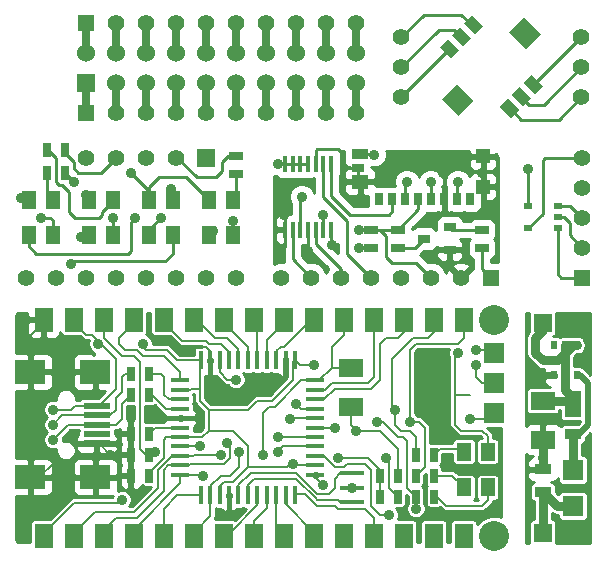
<source format=gtl>
G04 (created by PCBNEW (2014-01-10 BZR 4027)-stable) date Thursday, November 27, 2014 'pmt' 01:46:01 pm*
%MOIN*%
G04 Gerber Fmt 3.4, Leading zero omitted, Abs format*
%FSLAX34Y34*%
G01*
G70*
G90*
G04 APERTURE LIST*
%ADD10C,0.00393701*%
%ADD11C,0.1*%
%ADD12R,0.07X0.07*%
%ADD13R,0.06X0.08*%
%ADD14R,0.0787402X0.0590551*%
%ADD15R,0.0906X0.0197*%
%ADD16R,0.0984X0.0787*%
%ADD17R,0.016X0.06*%
%ADD18R,0.06X0.016*%
%ADD19R,0.025X0.045*%
%ADD20R,0.0787402X0.015748*%
%ADD21R,0.0472441X0.0590551*%
%ADD22R,0.055X0.055*%
%ADD23C,0.055*%
%ADD24R,0.03X0.02*%
%ADD25R,0.015748X0.0551181*%
%ADD26R,0.0275591X0.0393701*%
%ADD27R,0.0452756X0.0472441*%
%ADD28R,0.0570866X0.0472441*%
%ADD29R,0.0393701X0.0275591*%
%ADD30R,0.0570866X0.0354331*%
%ADD31R,0.0394X0.0315*%
%ADD32R,0.045X0.025*%
%ADD33R,0.0590551X0.0590551*%
%ADD34R,0.06X0.06*%
%ADD35C,0.06*%
%ADD36R,0.02X0.03*%
%ADD37R,0.08X0.06*%
%ADD38R,0.055X0.035*%
%ADD39R,0.0551181X0.0354331*%
%ADD40R,0.0551181X0.0866142*%
%ADD41C,0.035*%
%ADD42C,0.007*%
%ADD43C,0.01*%
%ADD44C,0.02*%
%ADD45C,0.03*%
%ADD46C,0.025*%
G04 APERTURE END LIST*
G54D10*
G54D11*
X86350Y-40350D03*
X86350Y-33150D03*
G54D12*
X86350Y-36250D03*
X86350Y-35250D03*
X86350Y-34250D03*
G54D13*
X75350Y-40350D03*
X74350Y-40350D03*
X73350Y-40350D03*
X72350Y-40350D03*
X71350Y-40350D03*
X80350Y-40350D03*
X79350Y-40350D03*
X78350Y-40350D03*
X77350Y-40350D03*
X76350Y-40350D03*
X85350Y-40350D03*
X84350Y-40350D03*
X83350Y-40350D03*
X82350Y-40350D03*
X81350Y-40350D03*
X81350Y-33150D03*
X82350Y-33150D03*
X83350Y-33150D03*
X84350Y-33150D03*
X85350Y-33150D03*
X76350Y-33150D03*
X77350Y-33150D03*
X78350Y-33150D03*
X79350Y-33150D03*
X80350Y-33150D03*
X71350Y-33150D03*
X72350Y-33150D03*
X73350Y-33150D03*
X74350Y-33150D03*
X75350Y-33150D03*
G54D14*
X84327Y-36050D03*
X81572Y-36050D03*
X81572Y-34750D03*
X84327Y-34750D03*
G54D15*
X73108Y-36020D03*
X73108Y-36335D03*
X73108Y-36650D03*
X73108Y-36965D03*
X73108Y-37280D03*
G54D16*
X73069Y-34898D03*
X70904Y-34898D03*
X73069Y-38402D03*
X70904Y-38402D03*
G54D17*
X78150Y-34500D03*
X77835Y-34500D03*
X77520Y-34500D03*
X77205Y-34500D03*
X76890Y-34500D03*
X76575Y-34500D03*
X78465Y-34500D03*
X78780Y-34500D03*
X79095Y-34500D03*
X79410Y-34500D03*
X79725Y-34500D03*
X78150Y-39000D03*
X77835Y-39000D03*
X77520Y-39000D03*
X77205Y-39000D03*
X76890Y-39000D03*
X76575Y-39000D03*
X78465Y-39000D03*
X78780Y-39000D03*
X79095Y-39000D03*
X79410Y-39000D03*
X79725Y-39000D03*
G54D18*
X75900Y-36750D03*
X80400Y-36750D03*
X75900Y-37065D03*
X80400Y-37065D03*
X80400Y-37380D03*
X75900Y-37380D03*
X75900Y-37695D03*
X80400Y-37695D03*
X80400Y-38010D03*
X75900Y-38010D03*
X75900Y-38325D03*
X80400Y-38325D03*
X80400Y-36435D03*
X75900Y-36435D03*
X75900Y-36120D03*
X80400Y-36120D03*
X80400Y-35805D03*
X75900Y-35805D03*
X75900Y-35490D03*
X80400Y-35490D03*
X80400Y-35175D03*
X75900Y-35175D03*
G54D19*
X83150Y-39050D03*
X82550Y-39050D03*
X84350Y-39050D03*
X83750Y-39050D03*
X82550Y-38350D03*
X83150Y-38350D03*
X74250Y-35650D03*
X74850Y-35650D03*
X74250Y-34950D03*
X74850Y-34950D03*
X74250Y-36950D03*
X74850Y-36950D03*
X74250Y-37650D03*
X74850Y-37650D03*
X74850Y-38350D03*
X74250Y-38350D03*
X84350Y-38350D03*
X83750Y-38350D03*
X84350Y-37650D03*
X83750Y-37650D03*
G54D20*
X81609Y-39226D03*
X81609Y-38753D03*
X81609Y-38281D03*
G54D21*
X86143Y-37559D03*
X85356Y-37559D03*
X85356Y-38740D03*
X86143Y-38740D03*
G54D22*
X89300Y-31750D03*
G54D23*
X89300Y-30750D03*
X89300Y-29750D03*
X89300Y-28750D03*
X89300Y-27750D03*
G54D24*
X88475Y-30100D03*
X88475Y-29350D03*
X87475Y-30100D03*
X88475Y-29725D03*
X87475Y-29350D03*
G54D23*
X83265Y-23735D03*
X83265Y-24735D03*
X83265Y-25735D03*
X89265Y-23735D03*
X89265Y-24735D03*
X89265Y-25735D03*
G54D22*
X86250Y-31755D03*
G54D23*
X85250Y-31755D03*
X84250Y-31755D03*
X83250Y-31755D03*
X82250Y-31755D03*
X81250Y-31755D03*
X80250Y-31755D03*
X79250Y-31755D03*
G54D25*
X79390Y-30155D03*
X79640Y-30155D03*
X79900Y-30155D03*
X80150Y-30155D03*
X80410Y-30155D03*
X80665Y-30155D03*
X80920Y-30155D03*
X80920Y-27955D03*
X80665Y-27955D03*
X80410Y-27955D03*
X80150Y-27955D03*
X79895Y-27955D03*
X79640Y-27955D03*
X79385Y-27955D03*
G54D26*
X83833Y-29139D03*
X83400Y-29139D03*
X82967Y-29139D03*
X82534Y-29139D03*
X84266Y-29139D03*
X84699Y-29139D03*
X85132Y-29139D03*
X85565Y-29139D03*
G54D27*
X85988Y-28725D03*
X85988Y-27706D03*
G54D28*
X81894Y-28552D03*
G54D29*
X81805Y-28099D03*
G54D30*
X81894Y-27647D03*
G54D31*
X84017Y-30455D03*
X84883Y-30080D03*
X84883Y-30830D03*
G54D32*
X82250Y-30755D03*
X82250Y-30155D03*
X85950Y-30155D03*
X85950Y-30755D03*
X83150Y-30755D03*
X83150Y-30155D03*
G54D33*
X76750Y-27750D03*
G54D23*
X77750Y-31750D03*
X76750Y-31750D03*
X75750Y-31750D03*
X74750Y-31750D03*
X73750Y-31750D03*
X72750Y-31750D03*
X71750Y-31750D03*
X70750Y-31750D03*
X75750Y-27750D03*
X74750Y-27750D03*
X73750Y-27750D03*
X72750Y-27750D03*
G54D32*
X77750Y-28300D03*
X77750Y-27700D03*
G54D19*
X71450Y-27500D03*
X72050Y-27500D03*
X71450Y-28250D03*
X72050Y-28250D03*
G54D21*
X70856Y-30340D03*
X71643Y-30340D03*
X71643Y-29159D03*
X70856Y-29159D03*
X72856Y-30340D03*
X73643Y-30340D03*
X73643Y-29159D03*
X72856Y-29159D03*
X74856Y-30340D03*
X75643Y-30340D03*
X75643Y-29159D03*
X74856Y-29159D03*
X76856Y-30340D03*
X77643Y-30340D03*
X77643Y-29159D03*
X76856Y-29159D03*
G54D34*
X87987Y-33262D03*
G54D35*
X88987Y-33262D03*
G54D34*
X87987Y-40262D03*
G54D35*
X88987Y-40262D03*
G54D36*
X89112Y-34012D03*
X88362Y-34012D03*
X89112Y-35012D03*
X88737Y-34012D03*
X88362Y-35012D03*
G54D37*
X87987Y-35862D03*
X87987Y-37162D03*
G54D12*
X88987Y-39362D03*
X88987Y-38162D03*
G54D38*
X87987Y-38887D03*
X87987Y-38137D03*
G54D39*
X88987Y-36965D03*
G54D40*
X88987Y-35961D03*
G54D34*
X72750Y-25250D03*
G54D35*
X72750Y-24250D03*
X73750Y-25250D03*
X73750Y-24250D03*
X74750Y-25250D03*
X74750Y-24250D03*
X75750Y-25250D03*
X75750Y-24250D03*
X76750Y-25250D03*
X76750Y-24250D03*
X77750Y-25250D03*
X77750Y-24250D03*
X78750Y-25250D03*
X78750Y-24250D03*
X79750Y-25250D03*
X79750Y-24250D03*
X80750Y-24250D03*
X81750Y-25250D03*
X80750Y-25250D03*
X81750Y-24250D03*
G54D22*
X72750Y-26250D03*
G54D23*
X73750Y-26250D03*
X74750Y-26250D03*
X75750Y-26250D03*
X76750Y-26250D03*
X77750Y-26250D03*
X78750Y-26250D03*
X79750Y-26250D03*
X80750Y-26250D03*
X81750Y-26250D03*
G54D22*
X72750Y-23250D03*
G54D23*
X73750Y-23250D03*
X74750Y-23250D03*
X75750Y-23250D03*
X76750Y-23250D03*
X77750Y-23250D03*
X78750Y-23250D03*
X79750Y-23250D03*
X80750Y-23250D03*
X81750Y-23250D03*
G54D10*
G36*
X84942Y-23671D02*
X85221Y-23392D01*
X85596Y-23768D01*
X85318Y-24046D01*
X84942Y-23671D01*
X84942Y-23671D01*
G37*
G36*
X86933Y-25661D02*
X87211Y-25383D01*
X87587Y-25758D01*
X87308Y-26037D01*
X86933Y-25661D01*
X86933Y-25661D01*
G37*
G36*
X85339Y-23274D02*
X85617Y-22995D01*
X85993Y-23371D01*
X85715Y-23650D01*
X85339Y-23274D01*
X85339Y-23274D01*
G37*
G36*
X87329Y-25264D02*
X87608Y-24986D01*
X87984Y-25362D01*
X87705Y-25640D01*
X87329Y-25264D01*
X87329Y-25264D01*
G37*
G36*
X84545Y-24067D02*
X84824Y-23789D01*
X85200Y-24165D01*
X84921Y-24443D01*
X84545Y-24067D01*
X84545Y-24067D01*
G37*
G36*
X86536Y-26058D02*
X86814Y-25779D01*
X87190Y-26155D01*
X86912Y-26434D01*
X86536Y-26058D01*
X86536Y-26058D01*
G37*
G36*
X84608Y-25814D02*
X85109Y-25313D01*
X85666Y-25870D01*
X85165Y-26371D01*
X84608Y-25814D01*
X84608Y-25814D01*
G37*
G36*
X86863Y-23559D02*
X87364Y-23058D01*
X87921Y-23615D01*
X87420Y-24116D01*
X86863Y-23559D01*
X86863Y-23559D01*
G37*
G54D41*
X71650Y-36150D03*
X81150Y-37750D03*
X79650Y-37950D03*
X74650Y-33950D03*
X73150Y-33950D03*
X85150Y-34250D03*
X80350Y-34650D03*
X75050Y-37550D03*
X77750Y-35150D03*
X73950Y-39150D03*
X76550Y-37350D03*
X77250Y-37650D03*
X85750Y-34650D03*
X77450Y-37250D03*
X85750Y-34150D03*
X76650Y-38350D03*
X82450Y-36550D03*
X81050Y-36750D03*
X83750Y-39450D03*
X79550Y-36450D03*
X83550Y-36550D03*
X83050Y-36150D03*
X79750Y-35950D03*
X80650Y-29655D03*
X84250Y-28555D03*
X71650Y-37150D03*
X71650Y-36650D03*
X82850Y-39650D03*
X79150Y-37550D03*
X79150Y-37050D03*
X82350Y-27655D03*
X79950Y-29055D03*
X83450Y-28555D03*
X85150Y-28555D03*
X81850Y-30755D03*
X82750Y-37750D03*
X78650Y-37650D03*
X85550Y-36450D03*
X77850Y-37550D03*
X81750Y-36850D03*
X85950Y-28255D03*
X71650Y-37650D03*
X84650Y-34250D03*
X83850Y-34650D03*
X83850Y-36050D03*
X84750Y-36050D03*
X81609Y-38753D03*
X76050Y-34150D03*
X73050Y-34850D03*
X80650Y-38650D03*
X78250Y-35150D03*
X71050Y-36650D03*
X77650Y-39650D03*
X73550Y-37650D03*
X76550Y-36350D03*
X76950Y-35150D03*
X79250Y-30855D03*
X80950Y-30655D03*
X80150Y-30855D03*
X79350Y-29655D03*
X82550Y-28555D03*
X84650Y-28255D03*
X87737Y-35012D03*
X87987Y-37762D03*
X72250Y-31300D03*
X75600Y-28800D03*
X75250Y-29750D03*
X77650Y-29850D03*
X77000Y-30200D03*
X73650Y-29750D03*
X72600Y-30400D03*
X71250Y-29750D03*
X74400Y-29750D03*
X70600Y-29100D03*
X74250Y-28250D03*
X72750Y-29000D03*
X87475Y-28125D03*
X72350Y-28550D03*
X79150Y-27955D03*
X81850Y-30155D03*
G54D42*
X72380Y-36020D02*
X73108Y-36020D01*
X72250Y-36150D02*
X72380Y-36020D01*
X71650Y-36150D02*
X72250Y-36150D01*
X85050Y-36650D02*
X85250Y-36850D01*
X85050Y-35650D02*
X85050Y-36650D01*
X86143Y-37043D02*
X86143Y-37559D01*
X85950Y-36850D02*
X86143Y-37043D01*
X85250Y-36850D02*
X85950Y-36850D01*
X82550Y-38150D02*
X82150Y-37750D01*
X82150Y-37750D02*
X81150Y-37750D01*
X82550Y-38350D02*
X82550Y-38150D01*
X82550Y-38350D02*
X82550Y-39050D01*
X73750Y-34450D02*
X73750Y-35450D01*
X73750Y-34450D02*
X73250Y-33950D01*
X73108Y-36020D02*
X73180Y-36020D01*
X73180Y-36020D02*
X73750Y-35450D01*
X75450Y-34150D02*
X74750Y-34150D01*
X74650Y-34050D02*
X74650Y-33950D01*
X74750Y-34150D02*
X74650Y-34050D01*
X75435Y-37065D02*
X75900Y-37065D01*
X75350Y-37150D02*
X75435Y-37065D01*
X75350Y-37750D02*
X75350Y-37150D01*
X74850Y-38250D02*
X75350Y-37750D01*
X74850Y-38350D02*
X74850Y-38250D01*
X80350Y-34650D02*
X79875Y-34650D01*
X79875Y-34650D02*
X79725Y-34500D01*
X75800Y-34500D02*
X76575Y-34500D01*
X75450Y-34150D02*
X75800Y-34500D01*
X73250Y-33950D02*
X73150Y-33950D01*
X73250Y-33950D02*
X72950Y-33650D01*
X72950Y-33650D02*
X72750Y-33650D01*
X72750Y-33650D02*
X72350Y-33250D01*
X79650Y-37950D02*
X79550Y-37950D01*
X79450Y-38050D02*
X78150Y-38050D01*
X79550Y-37950D02*
X79450Y-38050D01*
X80400Y-38010D02*
X79710Y-38010D01*
X79710Y-38010D02*
X79650Y-37950D01*
X85050Y-35650D02*
X85550Y-35650D01*
X85050Y-34350D02*
X85150Y-34250D01*
X85050Y-35650D02*
X85050Y-34350D01*
X78150Y-38050D02*
X78150Y-37650D01*
X78150Y-37350D02*
X77650Y-36850D01*
X77650Y-36850D02*
X76850Y-36850D01*
X78150Y-37650D02*
X78150Y-37350D01*
X79650Y-35150D02*
X79650Y-34575D01*
X78950Y-35850D02*
X78450Y-35850D01*
X78150Y-36150D02*
X76850Y-36150D01*
X78450Y-35850D02*
X78150Y-36150D01*
X79650Y-34575D02*
X79725Y-34500D01*
X78950Y-35850D02*
X79650Y-35150D01*
X76550Y-35450D02*
X76550Y-35850D01*
X76550Y-35850D02*
X76850Y-36150D01*
X76635Y-37065D02*
X75900Y-37065D01*
X76850Y-36850D02*
X76635Y-37065D01*
X76850Y-36150D02*
X76850Y-36850D01*
X77205Y-38695D02*
X77205Y-39000D01*
X78150Y-38050D02*
X77650Y-38550D01*
X77650Y-38550D02*
X77350Y-38550D01*
X77350Y-38550D02*
X77205Y-38695D01*
X76550Y-35450D02*
X76550Y-34525D01*
X76550Y-34525D02*
X76575Y-34500D01*
X76210Y-35490D02*
X75900Y-35490D01*
X76250Y-35450D02*
X76210Y-35490D01*
X76550Y-35450D02*
X76250Y-35450D01*
G54D43*
X85950Y-30755D02*
X85950Y-31455D01*
X85950Y-31455D02*
X86250Y-31755D01*
G54D42*
X74550Y-34550D02*
X74350Y-34350D01*
X73350Y-33750D02*
X73350Y-33250D01*
X73950Y-34350D02*
X73350Y-33750D01*
X74350Y-34350D02*
X73950Y-34350D01*
X74850Y-37650D02*
X74950Y-37650D01*
X74950Y-37650D02*
X75050Y-37550D01*
X74550Y-34550D02*
X74550Y-37450D01*
X74750Y-37650D02*
X74850Y-37650D01*
X74550Y-37450D02*
X74750Y-37650D01*
X77750Y-35150D02*
X77450Y-35150D01*
X77450Y-35150D02*
X77205Y-34905D01*
X77205Y-34905D02*
X77205Y-34500D01*
X73850Y-39250D02*
X72350Y-39250D01*
X73950Y-39150D02*
X73850Y-39250D01*
X72350Y-39250D02*
X71350Y-40250D01*
X76520Y-37380D02*
X75900Y-37380D01*
X76550Y-37350D02*
X76520Y-37380D01*
X85750Y-34650D02*
X85750Y-35050D01*
X85950Y-35250D02*
X86350Y-35250D01*
X85750Y-35050D02*
X85950Y-35250D01*
X75900Y-37695D02*
X75605Y-37695D01*
X75605Y-37695D02*
X75150Y-38150D01*
X76305Y-37695D02*
X75900Y-37695D01*
X76350Y-37650D02*
X76305Y-37695D01*
X77250Y-37650D02*
X76350Y-37650D01*
X72350Y-40250D02*
X73050Y-39550D01*
X75150Y-38750D02*
X75150Y-38150D01*
X74350Y-39550D02*
X75150Y-38750D01*
X73050Y-39550D02*
X74350Y-39550D01*
X76190Y-38010D02*
X75900Y-38010D01*
X76250Y-37950D02*
X76190Y-38010D01*
X77350Y-37950D02*
X76250Y-37950D01*
X77550Y-37750D02*
X77350Y-37950D01*
X77550Y-37350D02*
X77550Y-37750D01*
X77450Y-37250D02*
X77550Y-37350D01*
X73350Y-40250D02*
X73350Y-40150D01*
X73350Y-40150D02*
X73750Y-39750D01*
X75350Y-38150D02*
X75490Y-38010D01*
X75350Y-38850D02*
X75350Y-38150D01*
X74450Y-39750D02*
X75350Y-38850D01*
X73750Y-39750D02*
X74450Y-39750D01*
X75900Y-38010D02*
X75490Y-38010D01*
X85750Y-34150D02*
X86250Y-34150D01*
X86250Y-34150D02*
X86350Y-34250D01*
X76650Y-38350D02*
X76625Y-38325D01*
X76625Y-38325D02*
X75900Y-38325D01*
X74350Y-40250D02*
X74350Y-40150D01*
X74350Y-40150D02*
X75900Y-38600D01*
X75900Y-38600D02*
X75900Y-38325D01*
X83450Y-38750D02*
X83450Y-37190D01*
X82650Y-36550D02*
X82450Y-36550D01*
X83150Y-37050D02*
X82650Y-36550D01*
X83309Y-37050D02*
X83150Y-37050D01*
X83450Y-37190D02*
X83309Y-37050D01*
X80400Y-36750D02*
X81050Y-36750D01*
X83450Y-38750D02*
X83750Y-39050D01*
X83750Y-39050D02*
X83750Y-39450D01*
X84050Y-38050D02*
X84050Y-36750D01*
X83850Y-36550D02*
X83550Y-36550D01*
X84050Y-36750D02*
X83850Y-36550D01*
X79565Y-36435D02*
X79550Y-36450D01*
X80400Y-36435D02*
X79565Y-36435D01*
X83750Y-38350D02*
X84050Y-38050D01*
X85350Y-33750D02*
X85350Y-33250D01*
X83550Y-36550D02*
X83550Y-34150D01*
X83550Y-34150D02*
X83750Y-33950D01*
X83750Y-33950D02*
X85150Y-33950D01*
X85150Y-33950D02*
X85350Y-33750D01*
X83750Y-37650D02*
X83750Y-37050D01*
X83250Y-36850D02*
X83050Y-36650D01*
X83550Y-36850D02*
X83250Y-36850D01*
X83750Y-37050D02*
X83550Y-36850D01*
X83050Y-36150D02*
X83050Y-36650D01*
X82950Y-36050D02*
X82950Y-34450D01*
X83050Y-36150D02*
X82950Y-36050D01*
X83650Y-33750D02*
X82950Y-34450D01*
X83650Y-33750D02*
X84150Y-33750D01*
X84150Y-33750D02*
X84350Y-33550D01*
X84350Y-33550D02*
X84350Y-33250D01*
X80400Y-36120D02*
X79920Y-36120D01*
X79920Y-36120D02*
X79750Y-35950D01*
X75350Y-40250D02*
X75350Y-39450D01*
X75800Y-39000D02*
X76575Y-39000D01*
X75350Y-39450D02*
X75800Y-39000D01*
X80400Y-35805D02*
X80695Y-35805D01*
X83350Y-33550D02*
X83350Y-33250D01*
X83150Y-33750D02*
X83350Y-33550D01*
X82750Y-33750D02*
X83150Y-33750D01*
X82550Y-33950D02*
X82750Y-33750D01*
X82550Y-35150D02*
X82550Y-33950D01*
X82250Y-35450D02*
X82550Y-35150D01*
X81050Y-35450D02*
X82250Y-35450D01*
X80695Y-35805D02*
X81050Y-35450D01*
X80400Y-35490D02*
X80710Y-35490D01*
X80950Y-35250D02*
X82150Y-35250D01*
X80710Y-35490D02*
X80950Y-35250D01*
X82350Y-35050D02*
X82350Y-33250D01*
X82150Y-35250D02*
X82350Y-35050D01*
G54D43*
X80665Y-29670D02*
X80665Y-30355D01*
X80650Y-29655D02*
X80665Y-29670D01*
X84266Y-28571D02*
X84266Y-29139D01*
X84250Y-28555D02*
X84266Y-28571D01*
X82967Y-29139D02*
X82967Y-29537D01*
X80920Y-29025D02*
X80920Y-27955D01*
X81550Y-29655D02*
X80920Y-29025D01*
X82850Y-29655D02*
X81550Y-29655D01*
X82967Y-29537D02*
X82850Y-29655D01*
G54D42*
X73108Y-36650D02*
X73750Y-36650D01*
X73950Y-35950D02*
X74250Y-35650D01*
X73950Y-36450D02*
X73950Y-35950D01*
X73750Y-36650D02*
X73950Y-36450D01*
X73108Y-36650D02*
X72150Y-36650D01*
X72150Y-36650D02*
X71650Y-37150D01*
X71965Y-36335D02*
X73108Y-36335D01*
X71650Y-36650D02*
X71965Y-36335D01*
X73108Y-36335D02*
X73565Y-36335D01*
X73565Y-36335D02*
X73750Y-36150D01*
X73750Y-36150D02*
X73750Y-35750D01*
X73750Y-35750D02*
X73950Y-35550D01*
X73950Y-35550D02*
X73950Y-35050D01*
X73950Y-35050D02*
X74050Y-34950D01*
X74050Y-34950D02*
X74250Y-34950D01*
X77350Y-40250D02*
X77550Y-40250D01*
X77550Y-40250D02*
X78465Y-39335D01*
X78465Y-39335D02*
X78465Y-39000D01*
X78780Y-39000D02*
X78780Y-39420D01*
X78350Y-39850D02*
X78350Y-40250D01*
X78780Y-39420D02*
X78350Y-39850D01*
X79095Y-39000D02*
X79095Y-39995D01*
X79095Y-39995D02*
X79350Y-40250D01*
X79410Y-39000D02*
X79410Y-39310D01*
X79410Y-39310D02*
X80350Y-40250D01*
X82050Y-37950D02*
X81450Y-37950D01*
X81450Y-37950D02*
X81350Y-38050D01*
X82250Y-38150D02*
X82050Y-37950D01*
X81350Y-38050D02*
X81050Y-38050D01*
X81050Y-38050D02*
X80695Y-37695D01*
X80695Y-37695D02*
X80400Y-37695D01*
X80695Y-37695D02*
X80400Y-37695D01*
X82250Y-39350D02*
X82550Y-39650D01*
X82250Y-38150D02*
X82250Y-39350D01*
X82550Y-39650D02*
X82850Y-39650D01*
X80450Y-39350D02*
X80050Y-38950D01*
X80050Y-38950D02*
X79775Y-38950D01*
X79775Y-38950D02*
X79725Y-39000D01*
X79775Y-38950D02*
X79725Y-39000D01*
X81150Y-39450D02*
X81050Y-39350D01*
X81050Y-39350D02*
X80450Y-39350D01*
X82350Y-40250D02*
X82350Y-39750D01*
X82350Y-39750D02*
X82050Y-39450D01*
X82050Y-39450D02*
X81150Y-39450D01*
X79320Y-37380D02*
X80400Y-37380D01*
X79150Y-37550D02*
X79320Y-37380D01*
X79165Y-37065D02*
X80400Y-37065D01*
X79150Y-37050D02*
X79165Y-37065D01*
G54D43*
X82342Y-27647D02*
X81894Y-27647D01*
X82350Y-27655D02*
X82342Y-27647D01*
X79900Y-30355D02*
X79900Y-29105D01*
X79900Y-29105D02*
X79950Y-29055D01*
X83400Y-28604D02*
X83400Y-29139D01*
X83450Y-28555D02*
X83400Y-28604D01*
X85150Y-28555D02*
X85132Y-28572D01*
X85132Y-28572D02*
X85132Y-29139D01*
X81850Y-30755D02*
X82250Y-30755D01*
G54D42*
X83150Y-39050D02*
X82850Y-38750D01*
X82850Y-37850D02*
X82750Y-37750D01*
X82850Y-38750D02*
X82850Y-37850D01*
X78850Y-36050D02*
X78650Y-36250D01*
X78650Y-36250D02*
X78650Y-37650D01*
X80400Y-35175D02*
X79925Y-35175D01*
X79050Y-36050D02*
X78850Y-36050D01*
X79925Y-35175D02*
X79050Y-36050D01*
X80950Y-34750D02*
X80950Y-34250D01*
X80950Y-34250D02*
X80950Y-34050D01*
X80950Y-34050D02*
X81350Y-33650D01*
X81350Y-33650D02*
X81350Y-33250D01*
X80400Y-35175D02*
X80525Y-35175D01*
X80950Y-34750D02*
X81572Y-34750D01*
X80525Y-35175D02*
X80950Y-34750D01*
X75350Y-34350D02*
X74650Y-34350D01*
X73850Y-33750D02*
X74350Y-33250D01*
X73850Y-33950D02*
X73850Y-33750D01*
X74050Y-34150D02*
X73850Y-33950D01*
X74450Y-34150D02*
X74050Y-34150D01*
X74650Y-34350D02*
X74450Y-34150D01*
X75900Y-35175D02*
X75900Y-34900D01*
X75900Y-34900D02*
X75350Y-34350D01*
X74350Y-33350D02*
X74350Y-33250D01*
X74350Y-33350D02*
X74350Y-33250D01*
X77520Y-34500D02*
X77520Y-34220D01*
X77520Y-34220D02*
X77250Y-33950D01*
X77250Y-33950D02*
X76850Y-33950D01*
X75950Y-33850D02*
X75350Y-33250D01*
X76750Y-33850D02*
X75950Y-33850D01*
X76850Y-33950D02*
X76750Y-33850D01*
X77835Y-34150D02*
X77835Y-34135D01*
X77835Y-34135D02*
X77450Y-33750D01*
X77450Y-33750D02*
X77050Y-33750D01*
X76550Y-33250D02*
X76350Y-33250D01*
X77050Y-33750D02*
X76550Y-33250D01*
X77835Y-34500D02*
X77835Y-34150D01*
X77350Y-33250D02*
X78150Y-34050D01*
X78150Y-34050D02*
X78150Y-34500D01*
X78465Y-34500D02*
X78465Y-33365D01*
X78465Y-33365D02*
X78350Y-33250D01*
X78780Y-34500D02*
X78780Y-33820D01*
X78780Y-33820D02*
X79350Y-33250D01*
X79250Y-34050D02*
X79350Y-34050D01*
X80150Y-33250D02*
X80350Y-33250D01*
X79350Y-34050D02*
X80150Y-33250D01*
X79095Y-34205D02*
X79095Y-34500D01*
X79250Y-34050D02*
X79095Y-34205D01*
G54D43*
X79640Y-30155D02*
X79640Y-31145D01*
X79640Y-31145D02*
X80250Y-31755D01*
G54D42*
X83150Y-38350D02*
X83150Y-37450D01*
X83150Y-37450D02*
X82550Y-36850D01*
X82550Y-36850D02*
X81750Y-36850D01*
X85550Y-36450D02*
X86150Y-36450D01*
X86150Y-36450D02*
X86350Y-36250D01*
X77850Y-37550D02*
X77850Y-38050D01*
X77850Y-38050D02*
X77550Y-38350D01*
X77550Y-38350D02*
X77250Y-38350D01*
X77250Y-38350D02*
X76890Y-38710D01*
X76890Y-38710D02*
X76890Y-39000D01*
X81572Y-36672D02*
X81572Y-36050D01*
X81750Y-36850D02*
X81572Y-36672D01*
X76890Y-39000D02*
X76890Y-39710D01*
X76890Y-39710D02*
X76350Y-40250D01*
G54D43*
X80410Y-30155D02*
X80410Y-30615D01*
X81250Y-31455D02*
X81250Y-31755D01*
X80410Y-30615D02*
X81250Y-31455D01*
X80665Y-27955D02*
X80665Y-29070D01*
X81450Y-30955D02*
X82250Y-31755D01*
X81450Y-29855D02*
X81450Y-30955D01*
X80665Y-29070D02*
X81450Y-29855D01*
X85988Y-28216D02*
X85950Y-28255D01*
X85988Y-28216D02*
X85988Y-27706D01*
X85988Y-28293D02*
X85950Y-28255D01*
G54D42*
X71650Y-37650D02*
X71650Y-37950D01*
X71650Y-37950D02*
X71198Y-38402D01*
X71198Y-38402D02*
X70904Y-38402D01*
X70904Y-38402D02*
X70998Y-38402D01*
X84327Y-34750D02*
X84327Y-34572D01*
X84327Y-34572D02*
X84650Y-34250D01*
X84327Y-34750D02*
X83950Y-34750D01*
X83950Y-34750D02*
X83850Y-34650D01*
X84327Y-36050D02*
X83850Y-36050D01*
X84750Y-36050D02*
X84327Y-36050D01*
X76890Y-34190D02*
X76750Y-34050D01*
X76750Y-34050D02*
X76150Y-34050D01*
X76150Y-34050D02*
X76050Y-34150D01*
X76890Y-34500D02*
X76890Y-34190D01*
X73069Y-34869D02*
X73069Y-34898D01*
X73050Y-34850D02*
X73069Y-34869D01*
X80400Y-38325D02*
X80400Y-38400D01*
X80400Y-38400D02*
X80650Y-38650D01*
X79250Y-35250D02*
X78350Y-35250D01*
X78350Y-35250D02*
X78250Y-35150D01*
X70904Y-36650D02*
X71050Y-36650D01*
X79410Y-34500D02*
X79410Y-35090D01*
X79410Y-35090D02*
X79250Y-35250D01*
X77520Y-39000D02*
X77520Y-39520D01*
X77520Y-39520D02*
X77650Y-39650D01*
X73108Y-37280D02*
X73180Y-37280D01*
X73180Y-37280D02*
X73550Y-37650D01*
X70904Y-34898D02*
X70904Y-33696D01*
X70904Y-33696D02*
X71350Y-33250D01*
X75900Y-36435D02*
X76465Y-36435D01*
X76465Y-36435D02*
X76550Y-36350D01*
X76890Y-34500D02*
X76890Y-35090D01*
X76890Y-35090D02*
X76950Y-35150D01*
X70904Y-34898D02*
X70904Y-36650D01*
X70904Y-36650D02*
X70904Y-38402D01*
X73108Y-37280D02*
X73108Y-38363D01*
X73108Y-38363D02*
X73069Y-38402D01*
X73069Y-38402D02*
X70904Y-38402D01*
X73069Y-34898D02*
X70904Y-34898D01*
G54D43*
X79390Y-30155D02*
X79390Y-30715D01*
X79390Y-30715D02*
X79250Y-30855D01*
X80920Y-30155D02*
X80920Y-30625D01*
X80920Y-30625D02*
X80950Y-30655D01*
X80150Y-30155D02*
X80150Y-30855D01*
X79390Y-30155D02*
X79390Y-29695D01*
X79390Y-29695D02*
X79350Y-29655D01*
X80410Y-27955D02*
X80410Y-27495D01*
X81494Y-28099D02*
X81805Y-28099D01*
X81350Y-27955D02*
X81494Y-28099D01*
X81350Y-27655D02*
X81350Y-27955D01*
X81150Y-27455D02*
X81350Y-27655D01*
X80450Y-27455D02*
X81150Y-27455D01*
X80410Y-27495D02*
X80450Y-27455D01*
X81894Y-28552D02*
X82547Y-28552D01*
X82547Y-28552D02*
X82550Y-28555D01*
X84699Y-29139D02*
X84699Y-28304D01*
X84699Y-28304D02*
X84650Y-28255D01*
X81805Y-28099D02*
X81805Y-28464D01*
X81805Y-28464D02*
X81894Y-28552D01*
X84883Y-30830D02*
X84883Y-31388D01*
X84883Y-31388D02*
X85250Y-31755D01*
X85988Y-28725D02*
X85988Y-28293D01*
G54D44*
X88362Y-35012D02*
X87737Y-35012D01*
G54D45*
X87987Y-38137D02*
X87987Y-37762D01*
X87987Y-38137D02*
X87987Y-37162D01*
G54D43*
X88475Y-30100D02*
X88475Y-31625D01*
X88600Y-31750D02*
X89300Y-31750D01*
X88475Y-31625D02*
X88600Y-31750D01*
X85666Y-23343D02*
X85623Y-23343D01*
X84015Y-22985D02*
X83265Y-23735D01*
X85265Y-22985D02*
X84015Y-22985D01*
X85623Y-23343D02*
X85265Y-22985D01*
X85950Y-30155D02*
X84958Y-30155D01*
X84958Y-30155D02*
X84883Y-30080D01*
G54D46*
X74750Y-24250D02*
X74750Y-23250D01*
G54D43*
X73250Y-28250D02*
X72500Y-28250D01*
X72350Y-28100D02*
X72350Y-27900D01*
X72500Y-28250D02*
X72350Y-28100D01*
X72050Y-27500D02*
X72050Y-27600D01*
X73250Y-28250D02*
X73750Y-27750D01*
X72050Y-27600D02*
X72350Y-27900D01*
G54D46*
X72750Y-24250D02*
X72750Y-23250D01*
X73750Y-25250D02*
X73750Y-26250D01*
G54D43*
X77100Y-28400D02*
X76450Y-28400D01*
X77500Y-27700D02*
X77300Y-27900D01*
X77300Y-27900D02*
X77300Y-28200D01*
X77300Y-28200D02*
X77100Y-28400D01*
X77750Y-27700D02*
X77500Y-27700D01*
X75800Y-27750D02*
X75750Y-27750D01*
X76450Y-28400D02*
X75800Y-27750D01*
G54D46*
X74750Y-25250D02*
X74750Y-26250D01*
G54D42*
X85256Y-37459D02*
X84540Y-37459D01*
X84540Y-37459D02*
X84350Y-37650D01*
G54D43*
X73850Y-31200D02*
X75400Y-31200D01*
X72250Y-31300D02*
X72350Y-31200D01*
X72350Y-31200D02*
X73850Y-31200D01*
X75643Y-30956D02*
X75643Y-30340D01*
X75400Y-31200D02*
X75643Y-30956D01*
G54D46*
X75750Y-25250D02*
X75750Y-26250D01*
G54D43*
X75643Y-28843D02*
X75643Y-29159D01*
X75600Y-28800D02*
X75643Y-28843D01*
G54D42*
X84350Y-38350D02*
X84965Y-38350D01*
X84965Y-38350D02*
X85356Y-38740D01*
G54D46*
X76750Y-25250D02*
X76750Y-26250D01*
G54D42*
X84350Y-39050D02*
X84450Y-39050D01*
X86143Y-39156D02*
X86143Y-38740D01*
X85950Y-39350D02*
X86143Y-39156D01*
X84750Y-39350D02*
X85950Y-39350D01*
X84450Y-39050D02*
X84750Y-39350D01*
G54D43*
X74856Y-30143D02*
X74856Y-30340D01*
X75250Y-29750D02*
X74856Y-30143D01*
G54D46*
X77750Y-25250D02*
X77750Y-26250D01*
G54D42*
X80450Y-38950D02*
X80850Y-38950D01*
X79750Y-38250D02*
X80450Y-38950D01*
X79747Y-38250D02*
X79750Y-38250D01*
X81218Y-38281D02*
X81609Y-38281D01*
X81050Y-38450D02*
X81218Y-38281D01*
X81050Y-38750D02*
X81050Y-38450D01*
X80850Y-38950D02*
X81050Y-38750D01*
X79750Y-38251D02*
X79751Y-38251D01*
X79748Y-38251D02*
X79750Y-38251D01*
X77835Y-39000D02*
X77835Y-38665D01*
X79748Y-38251D02*
X79747Y-38250D01*
X79747Y-38250D02*
X78250Y-38250D01*
X77835Y-38665D02*
X78250Y-38250D01*
G54D43*
X77643Y-29856D02*
X77643Y-30340D01*
X77643Y-29856D02*
X77650Y-29850D01*
G54D46*
X78750Y-25250D02*
X78750Y-26250D01*
G54D43*
X77750Y-28300D02*
X77750Y-29053D01*
X77750Y-29053D02*
X77643Y-29159D01*
G54D42*
X79750Y-38450D02*
X79750Y-38452D01*
X81226Y-39226D02*
X81609Y-39226D01*
X81150Y-39150D02*
X81226Y-39226D01*
X80447Y-39150D02*
X81150Y-39150D01*
X79750Y-38450D02*
X80438Y-39138D01*
X78350Y-38450D02*
X78150Y-38650D01*
X78150Y-39000D02*
X78150Y-38650D01*
X79750Y-38450D02*
X78350Y-38450D01*
G54D46*
X79750Y-25250D02*
X79750Y-26250D01*
G54D43*
X76856Y-30340D02*
X76859Y-30340D01*
X76859Y-30340D02*
X77000Y-30200D01*
G54D46*
X80750Y-25250D02*
X80750Y-26250D01*
G54D43*
X73643Y-29756D02*
X73650Y-29750D01*
X73643Y-30340D02*
X73643Y-29756D01*
G54D46*
X81750Y-25250D02*
X81750Y-26250D01*
G54D43*
X88475Y-29350D02*
X88900Y-29350D01*
X88900Y-29350D02*
X89300Y-29750D01*
X85269Y-23739D02*
X85015Y-23485D01*
X84515Y-23485D02*
X83265Y-24735D01*
X85015Y-23485D02*
X84515Y-23485D01*
X83150Y-30755D02*
X83717Y-30755D01*
X83717Y-30755D02*
X84017Y-30455D01*
G54D46*
X73750Y-24250D02*
X73750Y-23250D01*
G54D43*
X72200Y-28900D02*
X71950Y-28650D01*
X73643Y-29159D02*
X73643Y-29206D01*
X73643Y-29206D02*
X73300Y-29550D01*
X73300Y-29550D02*
X73300Y-29650D01*
X73300Y-29650D02*
X73200Y-29750D01*
X73200Y-29750D02*
X72400Y-29750D01*
X72400Y-29750D02*
X72200Y-29550D01*
X72200Y-29550D02*
X72200Y-28900D01*
X71450Y-27500D02*
X71500Y-27500D01*
X71850Y-28650D02*
X71950Y-28650D01*
X71750Y-28550D02*
X71850Y-28650D01*
X71750Y-27750D02*
X71750Y-28550D01*
X71500Y-27500D02*
X71750Y-27750D01*
G54D46*
X72750Y-25250D02*
X72750Y-26250D01*
G54D43*
X72659Y-30340D02*
X72856Y-30340D01*
X72600Y-30400D02*
X72659Y-30340D01*
X71643Y-30340D02*
X71643Y-29843D01*
X71550Y-29750D02*
X71250Y-29750D01*
X71643Y-29843D02*
X71550Y-29750D01*
X71450Y-28250D02*
X71450Y-28965D01*
X71450Y-28965D02*
X71643Y-29159D01*
X73000Y-30950D02*
X71100Y-30950D01*
X74250Y-30850D02*
X74150Y-30950D01*
X74150Y-30950D02*
X73000Y-30950D01*
X74250Y-29900D02*
X74250Y-30850D01*
X71100Y-30950D02*
X70856Y-30706D01*
X74400Y-29750D02*
X74250Y-29900D01*
X70856Y-30706D02*
X70856Y-30340D01*
X74400Y-29750D02*
X74250Y-29900D01*
X70659Y-29159D02*
X70856Y-29159D01*
X70600Y-29100D02*
X70659Y-29159D01*
X75900Y-28400D02*
X76096Y-28400D01*
X76096Y-28400D02*
X76856Y-29159D01*
X74856Y-28743D02*
X74856Y-29159D01*
X75200Y-28400D02*
X74856Y-28743D01*
X75900Y-28400D02*
X75200Y-28400D01*
X74856Y-28856D02*
X74250Y-28250D01*
X74856Y-29159D02*
X74856Y-28856D01*
X72750Y-29000D02*
X72856Y-29106D01*
X72856Y-29106D02*
X72856Y-29159D01*
X87475Y-29350D02*
X87475Y-28125D01*
X84873Y-24136D02*
X84863Y-24136D01*
X84863Y-24136D02*
X83265Y-25735D01*
G54D46*
X75750Y-24250D02*
X75750Y-23250D01*
G54D42*
X75900Y-36120D02*
X75420Y-36120D01*
X74950Y-35650D02*
X74850Y-35650D01*
X75420Y-36120D02*
X74950Y-35650D01*
G54D43*
X87475Y-30100D02*
X87500Y-30100D01*
X88050Y-27750D02*
X89300Y-27750D01*
X87975Y-27825D02*
X88050Y-27750D01*
X87975Y-29625D02*
X87975Y-27825D01*
X87500Y-30100D02*
X87975Y-29625D01*
X87656Y-25333D02*
X87666Y-25333D01*
X87666Y-25333D02*
X89265Y-23735D01*
G54D46*
X76750Y-24250D02*
X76750Y-23250D01*
G54D42*
X75900Y-35805D02*
X75505Y-35805D01*
X75250Y-34950D02*
X74850Y-34950D01*
X75350Y-35050D02*
X75250Y-34950D01*
X75350Y-35650D02*
X75350Y-35050D01*
X75505Y-35805D02*
X75350Y-35650D01*
X75900Y-36750D02*
X75050Y-36750D01*
X75050Y-36750D02*
X74850Y-36950D01*
G54D43*
X88475Y-29725D02*
X88675Y-29725D01*
X88875Y-30325D02*
X89300Y-30750D01*
X88875Y-30225D02*
X88875Y-30325D01*
X88875Y-29925D02*
X88875Y-30225D01*
X88775Y-29825D02*
X88875Y-29925D01*
X88675Y-29725D02*
X88775Y-29825D01*
X87260Y-25730D02*
X87515Y-25985D01*
X88015Y-25985D02*
X89265Y-24735D01*
X87515Y-25985D02*
X88015Y-25985D01*
G54D44*
X89487Y-35262D02*
X89237Y-35012D01*
X88987Y-36965D02*
X89190Y-36965D01*
X89487Y-36668D02*
X89487Y-35262D01*
X89190Y-36965D02*
X89487Y-36668D01*
X89237Y-35012D02*
X89112Y-35012D01*
G54D45*
X88987Y-38162D02*
X88987Y-36965D01*
G54D46*
X77750Y-24250D02*
X77750Y-23250D01*
G54D43*
X86863Y-26126D02*
X86906Y-26126D01*
X88515Y-26485D02*
X89265Y-25735D01*
X87265Y-26485D02*
X88515Y-26485D01*
X86906Y-26126D02*
X87265Y-26485D01*
G54D45*
X87987Y-35862D02*
X88888Y-35862D01*
X88888Y-35862D02*
X88987Y-35961D01*
X88737Y-34012D02*
X88737Y-35512D01*
X88987Y-35762D02*
X88987Y-35961D01*
X88737Y-35512D02*
X88987Y-35762D01*
X87987Y-34512D02*
X87737Y-34262D01*
X87987Y-33512D02*
X87987Y-33262D01*
X87737Y-33762D02*
X87987Y-33512D01*
X87737Y-34262D02*
X87737Y-33762D01*
X88487Y-34512D02*
X88987Y-34012D01*
X87987Y-34512D02*
X88487Y-34512D01*
X89112Y-34012D02*
X88987Y-34012D01*
X88987Y-34012D02*
X88737Y-34012D01*
G54D43*
X88888Y-35862D02*
X88987Y-35961D01*
G54D46*
X78750Y-24250D02*
X78750Y-23250D01*
G54D45*
X88987Y-39362D02*
X88462Y-39362D01*
X88462Y-39362D02*
X87987Y-38887D01*
X87987Y-40262D02*
X87987Y-38887D01*
G54D46*
X79750Y-24250D02*
X79750Y-23250D01*
X80750Y-24250D02*
X80750Y-23250D01*
G54D43*
X72050Y-28250D02*
X72350Y-28550D01*
G54D46*
X81750Y-23250D02*
X81750Y-24250D01*
G54D43*
X82250Y-30155D02*
X81850Y-30155D01*
X79150Y-27955D02*
X79385Y-27955D01*
X79895Y-27955D02*
X79640Y-27955D01*
X79640Y-27955D02*
X79385Y-27955D01*
X80150Y-27955D02*
X79895Y-27955D01*
X82250Y-30155D02*
X82550Y-30155D01*
X83750Y-31255D02*
X84250Y-31755D01*
X82950Y-31255D02*
X83750Y-31255D01*
X82750Y-31055D02*
X82950Y-31255D01*
X82750Y-30355D02*
X82750Y-31055D01*
X82550Y-30155D02*
X82750Y-30355D01*
X83833Y-29139D02*
X83833Y-29471D01*
X83833Y-29471D02*
X83150Y-30155D01*
X83150Y-30155D02*
X82250Y-30155D01*
G54D10*
G36*
X74913Y-38725D02*
X74273Y-39365D01*
X74194Y-39365D01*
X74225Y-39334D01*
X74274Y-39214D01*
X74275Y-39085D01*
X74225Y-38966D01*
X74200Y-38940D01*
X74200Y-38762D01*
X74200Y-38400D01*
X74200Y-38300D01*
X74200Y-38062D01*
X74200Y-37937D01*
X74200Y-37700D01*
X74200Y-37600D01*
X74200Y-37362D01*
X74200Y-37237D01*
X74200Y-37000D01*
X73937Y-37000D01*
X73875Y-37062D01*
X73874Y-37125D01*
X73875Y-37224D01*
X73906Y-37300D01*
X73875Y-37375D01*
X73874Y-37474D01*
X73875Y-37537D01*
X73937Y-37600D01*
X74200Y-37600D01*
X74200Y-37700D01*
X73937Y-37700D01*
X73875Y-37762D01*
X73874Y-37825D01*
X73875Y-37924D01*
X73906Y-38000D01*
X73875Y-38075D01*
X73874Y-38174D01*
X73875Y-38237D01*
X73937Y-38300D01*
X74200Y-38300D01*
X74200Y-38400D01*
X73937Y-38400D01*
X73875Y-38462D01*
X73874Y-38525D01*
X73875Y-38624D01*
X73913Y-38716D01*
X73983Y-38787D01*
X74075Y-38825D01*
X74137Y-38825D01*
X74200Y-38762D01*
X74200Y-38940D01*
X74134Y-38874D01*
X74014Y-38825D01*
X73885Y-38824D01*
X73805Y-38857D01*
X73810Y-38845D01*
X73811Y-38745D01*
X73811Y-38058D01*
X73810Y-37995D01*
X73810Y-37391D01*
X73748Y-37329D01*
X73158Y-37329D01*
X73158Y-37566D01*
X73220Y-37628D01*
X73610Y-37628D01*
X73702Y-37590D01*
X73772Y-37520D01*
X73810Y-37428D01*
X73810Y-37391D01*
X73810Y-37995D01*
X73810Y-37958D01*
X73772Y-37866D01*
X73702Y-37796D01*
X73610Y-37758D01*
X73181Y-37758D01*
X73119Y-37821D01*
X73119Y-38352D01*
X73748Y-38352D01*
X73811Y-38289D01*
X73811Y-38058D01*
X73811Y-38745D01*
X73811Y-38514D01*
X73748Y-38452D01*
X73119Y-38452D01*
X73119Y-38983D01*
X73181Y-39045D01*
X73610Y-39045D01*
X73647Y-39030D01*
X73633Y-39065D01*
X73058Y-39065D01*
X73058Y-37566D01*
X73058Y-37329D01*
X72467Y-37329D01*
X72405Y-37391D01*
X72405Y-37428D01*
X72443Y-37520D01*
X72513Y-37590D01*
X72605Y-37628D01*
X72995Y-37628D01*
X73058Y-37566D01*
X73058Y-39065D01*
X73019Y-39065D01*
X73019Y-38983D01*
X73019Y-38452D01*
X73019Y-38352D01*
X73019Y-37821D01*
X72956Y-37758D01*
X72527Y-37758D01*
X72435Y-37796D01*
X72365Y-37866D01*
X72327Y-37958D01*
X72326Y-38058D01*
X72327Y-38289D01*
X72389Y-38352D01*
X73019Y-38352D01*
X73019Y-38452D01*
X72389Y-38452D01*
X72327Y-38514D01*
X72326Y-38745D01*
X72327Y-38845D01*
X72365Y-38937D01*
X72435Y-39007D01*
X72527Y-39045D01*
X72956Y-39045D01*
X73019Y-38983D01*
X73019Y-39065D01*
X72350Y-39065D01*
X72279Y-39079D01*
X72219Y-39119D01*
X71646Y-39692D01*
X71646Y-38745D01*
X71646Y-38058D01*
X71645Y-37958D01*
X71607Y-37866D01*
X71537Y-37796D01*
X71445Y-37758D01*
X71016Y-37758D01*
X70954Y-37821D01*
X70954Y-38352D01*
X71583Y-38352D01*
X71646Y-38289D01*
X71646Y-38058D01*
X71646Y-38745D01*
X71646Y-38514D01*
X71583Y-38452D01*
X70954Y-38452D01*
X70954Y-38983D01*
X71016Y-39045D01*
X71445Y-39045D01*
X71537Y-39007D01*
X71607Y-38937D01*
X71645Y-38845D01*
X71646Y-38745D01*
X71646Y-39692D01*
X71538Y-39799D01*
X71020Y-39799D01*
X70965Y-39822D01*
X70922Y-39864D01*
X70900Y-39920D01*
X70899Y-39979D01*
X70899Y-40580D01*
X70566Y-40580D01*
X70501Y-40567D01*
X70460Y-40539D01*
X70432Y-40498D01*
X70419Y-40433D01*
X70419Y-39045D01*
X70791Y-39045D01*
X70854Y-38983D01*
X70854Y-38452D01*
X70846Y-38452D01*
X70846Y-38352D01*
X70854Y-38352D01*
X70854Y-37821D01*
X70791Y-37758D01*
X70419Y-37758D01*
X70419Y-35541D01*
X70791Y-35541D01*
X70854Y-35479D01*
X70854Y-34948D01*
X70846Y-34948D01*
X70846Y-34848D01*
X70854Y-34848D01*
X70854Y-34317D01*
X70791Y-34254D01*
X70419Y-34254D01*
X70419Y-33066D01*
X70432Y-33001D01*
X70460Y-32960D01*
X70501Y-32932D01*
X70566Y-32919D01*
X70799Y-32919D01*
X70800Y-33037D01*
X70862Y-33100D01*
X71300Y-33100D01*
X71300Y-33092D01*
X71400Y-33092D01*
X71400Y-33100D01*
X71407Y-33100D01*
X71407Y-33200D01*
X71400Y-33200D01*
X71400Y-33737D01*
X71462Y-33800D01*
X71699Y-33800D01*
X71791Y-33762D01*
X71861Y-33691D01*
X71899Y-33599D01*
X71899Y-33579D01*
X71899Y-33579D01*
X71922Y-33634D01*
X71964Y-33677D01*
X72020Y-33699D01*
X72079Y-33700D01*
X72538Y-33700D01*
X72619Y-33780D01*
X72619Y-33780D01*
X72659Y-33807D01*
X72679Y-33820D01*
X72679Y-33820D01*
X72749Y-33834D01*
X72750Y-33835D01*
X72845Y-33835D01*
X72825Y-33885D01*
X72824Y-34014D01*
X72874Y-34133D01*
X72965Y-34225D01*
X73035Y-34254D01*
X73018Y-34254D01*
X73018Y-34316D01*
X72956Y-34254D01*
X72527Y-34254D01*
X72435Y-34292D01*
X72365Y-34362D01*
X72327Y-34454D01*
X72326Y-34554D01*
X72327Y-34785D01*
X72389Y-34848D01*
X73019Y-34848D01*
X73019Y-34840D01*
X73119Y-34840D01*
X73119Y-34848D01*
X73126Y-34848D01*
X73126Y-34948D01*
X73119Y-34948D01*
X73119Y-35479D01*
X73181Y-35541D01*
X73396Y-35541D01*
X73166Y-35771D01*
X73019Y-35771D01*
X73019Y-35479D01*
X73019Y-34948D01*
X72389Y-34948D01*
X72327Y-35010D01*
X72326Y-35241D01*
X72327Y-35341D01*
X72365Y-35433D01*
X72435Y-35503D01*
X72527Y-35541D01*
X72956Y-35541D01*
X73019Y-35479D01*
X73019Y-35771D01*
X72625Y-35771D01*
X72570Y-35794D01*
X72529Y-35835D01*
X72411Y-35835D01*
X72412Y-35719D01*
X72362Y-35599D01*
X72270Y-35506D01*
X72150Y-35457D01*
X72020Y-35456D01*
X71900Y-35506D01*
X71807Y-35598D01*
X71758Y-35718D01*
X71757Y-35842D01*
X71714Y-35825D01*
X71646Y-35824D01*
X71646Y-35241D01*
X71646Y-34554D01*
X71645Y-34454D01*
X71607Y-34362D01*
X71537Y-34292D01*
X71445Y-34254D01*
X71300Y-34254D01*
X71300Y-33737D01*
X71300Y-33200D01*
X70862Y-33200D01*
X70800Y-33262D01*
X70799Y-33500D01*
X70800Y-33599D01*
X70838Y-33691D01*
X70908Y-33762D01*
X71000Y-33800D01*
X71237Y-33800D01*
X71300Y-33737D01*
X71300Y-34254D01*
X71016Y-34254D01*
X70954Y-34317D01*
X70954Y-34848D01*
X71583Y-34848D01*
X71646Y-34785D01*
X71646Y-34554D01*
X71646Y-35241D01*
X71646Y-35010D01*
X71583Y-34948D01*
X70954Y-34948D01*
X70954Y-35479D01*
X71016Y-35541D01*
X71445Y-35541D01*
X71537Y-35503D01*
X71607Y-35433D01*
X71645Y-35341D01*
X71646Y-35241D01*
X71646Y-35824D01*
X71585Y-35824D01*
X71466Y-35874D01*
X71374Y-35965D01*
X71325Y-36085D01*
X71324Y-36214D01*
X71374Y-36333D01*
X71440Y-36400D01*
X71374Y-36465D01*
X71325Y-36585D01*
X71324Y-36714D01*
X71374Y-36833D01*
X71440Y-36900D01*
X71374Y-36965D01*
X71325Y-37085D01*
X71324Y-37214D01*
X71374Y-37333D01*
X71465Y-37425D01*
X71585Y-37474D01*
X71714Y-37475D01*
X71758Y-37457D01*
X71757Y-37580D01*
X71807Y-37700D01*
X71899Y-37793D01*
X72019Y-37842D01*
X72149Y-37843D01*
X72269Y-37793D01*
X72362Y-37701D01*
X72411Y-37581D01*
X72412Y-37451D01*
X72362Y-37331D01*
X72270Y-37238D01*
X72150Y-37189D01*
X72020Y-37188D01*
X71974Y-37207D01*
X71975Y-37086D01*
X72226Y-36835D01*
X72505Y-36835D01*
X72505Y-36836D01*
X72504Y-36896D01*
X72504Y-36978D01*
X72443Y-37039D01*
X72405Y-37131D01*
X72405Y-37168D01*
X72467Y-37230D01*
X73058Y-37230D01*
X73058Y-37222D01*
X73158Y-37222D01*
X73158Y-37230D01*
X73748Y-37230D01*
X73810Y-37168D01*
X73810Y-37131D01*
X73772Y-37039D01*
X73711Y-36978D01*
X73711Y-36836D01*
X73710Y-36835D01*
X73750Y-36835D01*
X73750Y-36834D01*
X73820Y-36820D01*
X73874Y-36784D01*
X73875Y-36837D01*
X73937Y-36900D01*
X74200Y-36900D01*
X74200Y-36537D01*
X74137Y-36475D01*
X74130Y-36474D01*
X74134Y-36450D01*
X74135Y-36450D01*
X74135Y-36026D01*
X74136Y-36025D01*
X74154Y-36025D01*
X74365Y-36025D01*
X74365Y-36474D01*
X74362Y-36475D01*
X74300Y-36537D01*
X74300Y-36900D01*
X74307Y-36900D01*
X74307Y-37000D01*
X74300Y-37000D01*
X74300Y-37237D01*
X74300Y-37362D01*
X74300Y-37600D01*
X74307Y-37600D01*
X74307Y-37700D01*
X74300Y-37700D01*
X74300Y-37937D01*
X74300Y-38062D01*
X74300Y-38300D01*
X74307Y-38300D01*
X74307Y-38400D01*
X74300Y-38400D01*
X74300Y-38762D01*
X74362Y-38825D01*
X74424Y-38825D01*
X74516Y-38787D01*
X74586Y-38716D01*
X74606Y-38668D01*
X74639Y-38702D01*
X74695Y-38724D01*
X74754Y-38725D01*
X74913Y-38725D01*
X74913Y-38725D01*
G37*
G54D43*
X74913Y-38725D02*
X74273Y-39365D01*
X74194Y-39365D01*
X74225Y-39334D01*
X74274Y-39214D01*
X74275Y-39085D01*
X74225Y-38966D01*
X74200Y-38940D01*
X74200Y-38762D01*
X74200Y-38400D01*
X74200Y-38300D01*
X74200Y-38062D01*
X74200Y-37937D01*
X74200Y-37700D01*
X74200Y-37600D01*
X74200Y-37362D01*
X74200Y-37237D01*
X74200Y-37000D01*
X73937Y-37000D01*
X73875Y-37062D01*
X73874Y-37125D01*
X73875Y-37224D01*
X73906Y-37300D01*
X73875Y-37375D01*
X73874Y-37474D01*
X73875Y-37537D01*
X73937Y-37600D01*
X74200Y-37600D01*
X74200Y-37700D01*
X73937Y-37700D01*
X73875Y-37762D01*
X73874Y-37825D01*
X73875Y-37924D01*
X73906Y-38000D01*
X73875Y-38075D01*
X73874Y-38174D01*
X73875Y-38237D01*
X73937Y-38300D01*
X74200Y-38300D01*
X74200Y-38400D01*
X73937Y-38400D01*
X73875Y-38462D01*
X73874Y-38525D01*
X73875Y-38624D01*
X73913Y-38716D01*
X73983Y-38787D01*
X74075Y-38825D01*
X74137Y-38825D01*
X74200Y-38762D01*
X74200Y-38940D01*
X74134Y-38874D01*
X74014Y-38825D01*
X73885Y-38824D01*
X73805Y-38857D01*
X73810Y-38845D01*
X73811Y-38745D01*
X73811Y-38058D01*
X73810Y-37995D01*
X73810Y-37391D01*
X73748Y-37329D01*
X73158Y-37329D01*
X73158Y-37566D01*
X73220Y-37628D01*
X73610Y-37628D01*
X73702Y-37590D01*
X73772Y-37520D01*
X73810Y-37428D01*
X73810Y-37391D01*
X73810Y-37995D01*
X73810Y-37958D01*
X73772Y-37866D01*
X73702Y-37796D01*
X73610Y-37758D01*
X73181Y-37758D01*
X73119Y-37821D01*
X73119Y-38352D01*
X73748Y-38352D01*
X73811Y-38289D01*
X73811Y-38058D01*
X73811Y-38745D01*
X73811Y-38514D01*
X73748Y-38452D01*
X73119Y-38452D01*
X73119Y-38983D01*
X73181Y-39045D01*
X73610Y-39045D01*
X73647Y-39030D01*
X73633Y-39065D01*
X73058Y-39065D01*
X73058Y-37566D01*
X73058Y-37329D01*
X72467Y-37329D01*
X72405Y-37391D01*
X72405Y-37428D01*
X72443Y-37520D01*
X72513Y-37590D01*
X72605Y-37628D01*
X72995Y-37628D01*
X73058Y-37566D01*
X73058Y-39065D01*
X73019Y-39065D01*
X73019Y-38983D01*
X73019Y-38452D01*
X73019Y-38352D01*
X73019Y-37821D01*
X72956Y-37758D01*
X72527Y-37758D01*
X72435Y-37796D01*
X72365Y-37866D01*
X72327Y-37958D01*
X72326Y-38058D01*
X72327Y-38289D01*
X72389Y-38352D01*
X73019Y-38352D01*
X73019Y-38452D01*
X72389Y-38452D01*
X72327Y-38514D01*
X72326Y-38745D01*
X72327Y-38845D01*
X72365Y-38937D01*
X72435Y-39007D01*
X72527Y-39045D01*
X72956Y-39045D01*
X73019Y-38983D01*
X73019Y-39065D01*
X72350Y-39065D01*
X72279Y-39079D01*
X72219Y-39119D01*
X71646Y-39692D01*
X71646Y-38745D01*
X71646Y-38058D01*
X71645Y-37958D01*
X71607Y-37866D01*
X71537Y-37796D01*
X71445Y-37758D01*
X71016Y-37758D01*
X70954Y-37821D01*
X70954Y-38352D01*
X71583Y-38352D01*
X71646Y-38289D01*
X71646Y-38058D01*
X71646Y-38745D01*
X71646Y-38514D01*
X71583Y-38452D01*
X70954Y-38452D01*
X70954Y-38983D01*
X71016Y-39045D01*
X71445Y-39045D01*
X71537Y-39007D01*
X71607Y-38937D01*
X71645Y-38845D01*
X71646Y-38745D01*
X71646Y-39692D01*
X71538Y-39799D01*
X71020Y-39799D01*
X70965Y-39822D01*
X70922Y-39864D01*
X70900Y-39920D01*
X70899Y-39979D01*
X70899Y-40580D01*
X70566Y-40580D01*
X70501Y-40567D01*
X70460Y-40539D01*
X70432Y-40498D01*
X70419Y-40433D01*
X70419Y-39045D01*
X70791Y-39045D01*
X70854Y-38983D01*
X70854Y-38452D01*
X70846Y-38452D01*
X70846Y-38352D01*
X70854Y-38352D01*
X70854Y-37821D01*
X70791Y-37758D01*
X70419Y-37758D01*
X70419Y-35541D01*
X70791Y-35541D01*
X70854Y-35479D01*
X70854Y-34948D01*
X70846Y-34948D01*
X70846Y-34848D01*
X70854Y-34848D01*
X70854Y-34317D01*
X70791Y-34254D01*
X70419Y-34254D01*
X70419Y-33066D01*
X70432Y-33001D01*
X70460Y-32960D01*
X70501Y-32932D01*
X70566Y-32919D01*
X70799Y-32919D01*
X70800Y-33037D01*
X70862Y-33100D01*
X71300Y-33100D01*
X71300Y-33092D01*
X71400Y-33092D01*
X71400Y-33100D01*
X71407Y-33100D01*
X71407Y-33200D01*
X71400Y-33200D01*
X71400Y-33737D01*
X71462Y-33800D01*
X71699Y-33800D01*
X71791Y-33762D01*
X71861Y-33691D01*
X71899Y-33599D01*
X71899Y-33579D01*
X71899Y-33579D01*
X71922Y-33634D01*
X71964Y-33677D01*
X72020Y-33699D01*
X72079Y-33700D01*
X72538Y-33700D01*
X72619Y-33780D01*
X72619Y-33780D01*
X72659Y-33807D01*
X72679Y-33820D01*
X72679Y-33820D01*
X72749Y-33834D01*
X72750Y-33835D01*
X72845Y-33835D01*
X72825Y-33885D01*
X72824Y-34014D01*
X72874Y-34133D01*
X72965Y-34225D01*
X73035Y-34254D01*
X73018Y-34254D01*
X73018Y-34316D01*
X72956Y-34254D01*
X72527Y-34254D01*
X72435Y-34292D01*
X72365Y-34362D01*
X72327Y-34454D01*
X72326Y-34554D01*
X72327Y-34785D01*
X72389Y-34848D01*
X73019Y-34848D01*
X73019Y-34840D01*
X73119Y-34840D01*
X73119Y-34848D01*
X73126Y-34848D01*
X73126Y-34948D01*
X73119Y-34948D01*
X73119Y-35479D01*
X73181Y-35541D01*
X73396Y-35541D01*
X73166Y-35771D01*
X73019Y-35771D01*
X73019Y-35479D01*
X73019Y-34948D01*
X72389Y-34948D01*
X72327Y-35010D01*
X72326Y-35241D01*
X72327Y-35341D01*
X72365Y-35433D01*
X72435Y-35503D01*
X72527Y-35541D01*
X72956Y-35541D01*
X73019Y-35479D01*
X73019Y-35771D01*
X72625Y-35771D01*
X72570Y-35794D01*
X72529Y-35835D01*
X72411Y-35835D01*
X72412Y-35719D01*
X72362Y-35599D01*
X72270Y-35506D01*
X72150Y-35457D01*
X72020Y-35456D01*
X71900Y-35506D01*
X71807Y-35598D01*
X71758Y-35718D01*
X71757Y-35842D01*
X71714Y-35825D01*
X71646Y-35824D01*
X71646Y-35241D01*
X71646Y-34554D01*
X71645Y-34454D01*
X71607Y-34362D01*
X71537Y-34292D01*
X71445Y-34254D01*
X71300Y-34254D01*
X71300Y-33737D01*
X71300Y-33200D01*
X70862Y-33200D01*
X70800Y-33262D01*
X70799Y-33500D01*
X70800Y-33599D01*
X70838Y-33691D01*
X70908Y-33762D01*
X71000Y-33800D01*
X71237Y-33800D01*
X71300Y-33737D01*
X71300Y-34254D01*
X71016Y-34254D01*
X70954Y-34317D01*
X70954Y-34848D01*
X71583Y-34848D01*
X71646Y-34785D01*
X71646Y-34554D01*
X71646Y-35241D01*
X71646Y-35010D01*
X71583Y-34948D01*
X70954Y-34948D01*
X70954Y-35479D01*
X71016Y-35541D01*
X71445Y-35541D01*
X71537Y-35503D01*
X71607Y-35433D01*
X71645Y-35341D01*
X71646Y-35241D01*
X71646Y-35824D01*
X71585Y-35824D01*
X71466Y-35874D01*
X71374Y-35965D01*
X71325Y-36085D01*
X71324Y-36214D01*
X71374Y-36333D01*
X71440Y-36400D01*
X71374Y-36465D01*
X71325Y-36585D01*
X71324Y-36714D01*
X71374Y-36833D01*
X71440Y-36900D01*
X71374Y-36965D01*
X71325Y-37085D01*
X71324Y-37214D01*
X71374Y-37333D01*
X71465Y-37425D01*
X71585Y-37474D01*
X71714Y-37475D01*
X71758Y-37457D01*
X71757Y-37580D01*
X71807Y-37700D01*
X71899Y-37793D01*
X72019Y-37842D01*
X72149Y-37843D01*
X72269Y-37793D01*
X72362Y-37701D01*
X72411Y-37581D01*
X72412Y-37451D01*
X72362Y-37331D01*
X72270Y-37238D01*
X72150Y-37189D01*
X72020Y-37188D01*
X71974Y-37207D01*
X71975Y-37086D01*
X72226Y-36835D01*
X72505Y-36835D01*
X72505Y-36836D01*
X72504Y-36896D01*
X72504Y-36978D01*
X72443Y-37039D01*
X72405Y-37131D01*
X72405Y-37168D01*
X72467Y-37230D01*
X73058Y-37230D01*
X73058Y-37222D01*
X73158Y-37222D01*
X73158Y-37230D01*
X73748Y-37230D01*
X73810Y-37168D01*
X73810Y-37131D01*
X73772Y-37039D01*
X73711Y-36978D01*
X73711Y-36836D01*
X73710Y-36835D01*
X73750Y-36835D01*
X73750Y-36834D01*
X73820Y-36820D01*
X73874Y-36784D01*
X73875Y-36837D01*
X73937Y-36900D01*
X74200Y-36900D01*
X74200Y-36537D01*
X74137Y-36475D01*
X74130Y-36474D01*
X74134Y-36450D01*
X74135Y-36450D01*
X74135Y-36026D01*
X74136Y-36025D01*
X74154Y-36025D01*
X74365Y-36025D01*
X74365Y-36474D01*
X74362Y-36475D01*
X74300Y-36537D01*
X74300Y-36900D01*
X74307Y-36900D01*
X74307Y-37000D01*
X74300Y-37000D01*
X74300Y-37237D01*
X74300Y-37362D01*
X74300Y-37600D01*
X74307Y-37600D01*
X74307Y-37700D01*
X74300Y-37700D01*
X74300Y-37937D01*
X74300Y-38062D01*
X74300Y-38300D01*
X74307Y-38300D01*
X74307Y-38400D01*
X74300Y-38400D01*
X74300Y-38762D01*
X74362Y-38825D01*
X74424Y-38825D01*
X74516Y-38787D01*
X74586Y-38716D01*
X74606Y-38668D01*
X74639Y-38702D01*
X74695Y-38724D01*
X74754Y-38725D01*
X74913Y-38725D01*
G54D10*
G36*
X76621Y-34035D02*
X76606Y-34049D01*
X76465Y-34049D01*
X76410Y-34072D01*
X76367Y-34114D01*
X76345Y-34170D01*
X76344Y-34229D01*
X76344Y-34315D01*
X75876Y-34315D01*
X75580Y-34019D01*
X75520Y-33979D01*
X75450Y-33965D01*
X74974Y-33965D01*
X74975Y-33885D01*
X74925Y-33766D01*
X74834Y-33674D01*
X74765Y-33646D01*
X74777Y-33635D01*
X74799Y-33579D01*
X74800Y-33520D01*
X74800Y-32919D01*
X74899Y-32919D01*
X74899Y-33579D01*
X74922Y-33634D01*
X74964Y-33677D01*
X75020Y-33699D01*
X75079Y-33700D01*
X75538Y-33700D01*
X75819Y-33980D01*
X75819Y-33980D01*
X75879Y-34020D01*
X75950Y-34035D01*
X76621Y-34035D01*
X76621Y-34035D01*
G37*
G54D43*
X76621Y-34035D02*
X76606Y-34049D01*
X76465Y-34049D01*
X76410Y-34072D01*
X76367Y-34114D01*
X76345Y-34170D01*
X76344Y-34229D01*
X76344Y-34315D01*
X75876Y-34315D01*
X75580Y-34019D01*
X75520Y-33979D01*
X75450Y-33965D01*
X74974Y-33965D01*
X74975Y-33885D01*
X74925Y-33766D01*
X74834Y-33674D01*
X74765Y-33646D01*
X74777Y-33635D01*
X74799Y-33579D01*
X74800Y-33520D01*
X74800Y-32919D01*
X74899Y-32919D01*
X74899Y-33579D01*
X74922Y-33634D01*
X74964Y-33677D01*
X75020Y-33699D01*
X75079Y-33700D01*
X75538Y-33700D01*
X75819Y-33980D01*
X75819Y-33980D01*
X75879Y-34020D01*
X75950Y-34035D01*
X76621Y-34035D01*
G54D10*
G36*
X76665Y-36773D02*
X76558Y-36880D01*
X76341Y-36880D01*
X76349Y-36859D01*
X76350Y-36800D01*
X76350Y-36718D01*
X76411Y-36656D01*
X76449Y-36564D01*
X76449Y-36537D01*
X76387Y-36475D01*
X75950Y-36475D01*
X75950Y-36492D01*
X75850Y-36492D01*
X75850Y-36475D01*
X75412Y-36475D01*
X75350Y-36537D01*
X75350Y-36564D01*
X75350Y-36565D01*
X75050Y-36565D01*
X74999Y-36575D01*
X74999Y-36575D01*
X74945Y-36574D01*
X74735Y-36574D01*
X74735Y-36025D01*
X74754Y-36025D01*
X75004Y-36025D01*
X75046Y-36007D01*
X75289Y-36250D01*
X75289Y-36250D01*
X75349Y-36290D01*
X75355Y-36292D01*
X75350Y-36305D01*
X75350Y-36332D01*
X75412Y-36395D01*
X75850Y-36395D01*
X75850Y-36377D01*
X75950Y-36377D01*
X75950Y-36395D01*
X76387Y-36395D01*
X76449Y-36332D01*
X76449Y-36305D01*
X76411Y-36213D01*
X76350Y-36151D01*
X76350Y-36010D01*
X76330Y-35962D01*
X76349Y-35914D01*
X76350Y-35855D01*
X76350Y-35695D01*
X76330Y-35647D01*
X76335Y-35635D01*
X76365Y-35635D01*
X76365Y-35850D01*
X76379Y-35920D01*
X76419Y-35980D01*
X76665Y-36226D01*
X76665Y-36773D01*
X76665Y-36773D01*
G37*
G54D43*
X76665Y-36773D02*
X76558Y-36880D01*
X76341Y-36880D01*
X76349Y-36859D01*
X76350Y-36800D01*
X76350Y-36718D01*
X76411Y-36656D01*
X76449Y-36564D01*
X76449Y-36537D01*
X76387Y-36475D01*
X75950Y-36475D01*
X75950Y-36492D01*
X75850Y-36492D01*
X75850Y-36475D01*
X75412Y-36475D01*
X75350Y-36537D01*
X75350Y-36564D01*
X75350Y-36565D01*
X75050Y-36565D01*
X74999Y-36575D01*
X74999Y-36575D01*
X74945Y-36574D01*
X74735Y-36574D01*
X74735Y-36025D01*
X74754Y-36025D01*
X75004Y-36025D01*
X75046Y-36007D01*
X75289Y-36250D01*
X75289Y-36250D01*
X75349Y-36290D01*
X75355Y-36292D01*
X75350Y-36305D01*
X75350Y-36332D01*
X75412Y-36395D01*
X75850Y-36395D01*
X75850Y-36377D01*
X75950Y-36377D01*
X75950Y-36395D01*
X76387Y-36395D01*
X76449Y-36332D01*
X76449Y-36305D01*
X76411Y-36213D01*
X76350Y-36151D01*
X76350Y-36010D01*
X76330Y-35962D01*
X76349Y-35914D01*
X76350Y-35855D01*
X76350Y-35695D01*
X76330Y-35647D01*
X76335Y-35635D01*
X76365Y-35635D01*
X76365Y-35850D01*
X76379Y-35920D01*
X76419Y-35980D01*
X76665Y-36226D01*
X76665Y-36773D01*
G54D10*
G36*
X78088Y-39450D02*
X77721Y-39817D01*
X77679Y-39800D01*
X77620Y-39799D01*
X77048Y-39799D01*
X77060Y-39780D01*
X77074Y-39710D01*
X77075Y-39710D01*
X77075Y-39441D01*
X77095Y-39449D01*
X77154Y-39450D01*
X77236Y-39450D01*
X77298Y-39512D01*
X77390Y-39550D01*
X77417Y-39550D01*
X77480Y-39487D01*
X77480Y-39050D01*
X77462Y-39050D01*
X77462Y-38950D01*
X77480Y-38950D01*
X77480Y-38942D01*
X77560Y-38942D01*
X77560Y-38950D01*
X77577Y-38950D01*
X77577Y-39050D01*
X77560Y-39050D01*
X77560Y-39487D01*
X77622Y-39550D01*
X77649Y-39550D01*
X77741Y-39512D01*
X77803Y-39450D01*
X77944Y-39450D01*
X77992Y-39430D01*
X78040Y-39449D01*
X78088Y-39450D01*
X78088Y-39450D01*
G37*
G54D43*
X78088Y-39450D02*
X77721Y-39817D01*
X77679Y-39800D01*
X77620Y-39799D01*
X77048Y-39799D01*
X77060Y-39780D01*
X77074Y-39710D01*
X77075Y-39710D01*
X77075Y-39441D01*
X77095Y-39449D01*
X77154Y-39450D01*
X77236Y-39450D01*
X77298Y-39512D01*
X77390Y-39550D01*
X77417Y-39550D01*
X77480Y-39487D01*
X77480Y-39050D01*
X77462Y-39050D01*
X77462Y-38950D01*
X77480Y-38950D01*
X77480Y-38942D01*
X77560Y-38942D01*
X77560Y-38950D01*
X77577Y-38950D01*
X77577Y-39050D01*
X77560Y-39050D01*
X77560Y-39487D01*
X77622Y-39550D01*
X77649Y-39550D01*
X77741Y-39512D01*
X77803Y-39450D01*
X77944Y-39450D01*
X77992Y-39430D01*
X78040Y-39449D01*
X78088Y-39450D01*
G54D10*
G36*
X79467Y-34550D02*
X79450Y-34550D01*
X79450Y-34987D01*
X79465Y-35002D01*
X79465Y-35073D01*
X78873Y-35665D01*
X78450Y-35665D01*
X78379Y-35679D01*
X78319Y-35719D01*
X78073Y-35965D01*
X76926Y-35965D01*
X76735Y-35773D01*
X76735Y-35450D01*
X76735Y-35039D01*
X76760Y-35050D01*
X76787Y-35050D01*
X76850Y-34987D01*
X76850Y-34550D01*
X76832Y-34550D01*
X76832Y-34450D01*
X76850Y-34450D01*
X76850Y-34442D01*
X76930Y-34442D01*
X76930Y-34450D01*
X76947Y-34450D01*
X76947Y-34550D01*
X76930Y-34550D01*
X76930Y-34987D01*
X76992Y-35050D01*
X77019Y-35050D01*
X77069Y-35029D01*
X77074Y-35035D01*
X77319Y-35280D01*
X77319Y-35280D01*
X77379Y-35320D01*
X77450Y-35335D01*
X77475Y-35335D01*
X77565Y-35425D01*
X77685Y-35474D01*
X77814Y-35475D01*
X77933Y-35425D01*
X78025Y-35334D01*
X78074Y-35214D01*
X78075Y-35085D01*
X78025Y-34966D01*
X77990Y-34931D01*
X77992Y-34930D01*
X78040Y-34949D01*
X78099Y-34950D01*
X78259Y-34950D01*
X78307Y-34930D01*
X78355Y-34949D01*
X78414Y-34950D01*
X78574Y-34950D01*
X78622Y-34930D01*
X78670Y-34949D01*
X78729Y-34950D01*
X78889Y-34950D01*
X78937Y-34930D01*
X78985Y-34949D01*
X79044Y-34950D01*
X79126Y-34950D01*
X79188Y-35012D01*
X79280Y-35050D01*
X79307Y-35050D01*
X79370Y-34987D01*
X79370Y-34550D01*
X79352Y-34550D01*
X79352Y-34450D01*
X79370Y-34450D01*
X79370Y-34442D01*
X79450Y-34442D01*
X79450Y-34450D01*
X79467Y-34450D01*
X79467Y-34550D01*
X79467Y-34550D01*
G37*
G54D43*
X79467Y-34550D02*
X79450Y-34550D01*
X79450Y-34987D01*
X79465Y-35002D01*
X79465Y-35073D01*
X78873Y-35665D01*
X78450Y-35665D01*
X78379Y-35679D01*
X78319Y-35719D01*
X78073Y-35965D01*
X76926Y-35965D01*
X76735Y-35773D01*
X76735Y-35450D01*
X76735Y-35039D01*
X76760Y-35050D01*
X76787Y-35050D01*
X76850Y-34987D01*
X76850Y-34550D01*
X76832Y-34550D01*
X76832Y-34450D01*
X76850Y-34450D01*
X76850Y-34442D01*
X76930Y-34442D01*
X76930Y-34450D01*
X76947Y-34450D01*
X76947Y-34550D01*
X76930Y-34550D01*
X76930Y-34987D01*
X76992Y-35050D01*
X77019Y-35050D01*
X77069Y-35029D01*
X77074Y-35035D01*
X77319Y-35280D01*
X77319Y-35280D01*
X77379Y-35320D01*
X77450Y-35335D01*
X77475Y-35335D01*
X77565Y-35425D01*
X77685Y-35474D01*
X77814Y-35475D01*
X77933Y-35425D01*
X78025Y-35334D01*
X78074Y-35214D01*
X78075Y-35085D01*
X78025Y-34966D01*
X77990Y-34931D01*
X77992Y-34930D01*
X78040Y-34949D01*
X78099Y-34950D01*
X78259Y-34950D01*
X78307Y-34930D01*
X78355Y-34949D01*
X78414Y-34950D01*
X78574Y-34950D01*
X78622Y-34930D01*
X78670Y-34949D01*
X78729Y-34950D01*
X78889Y-34950D01*
X78937Y-34930D01*
X78985Y-34949D01*
X79044Y-34950D01*
X79126Y-34950D01*
X79188Y-35012D01*
X79280Y-35050D01*
X79307Y-35050D01*
X79370Y-34987D01*
X79370Y-34550D01*
X79352Y-34550D01*
X79352Y-34450D01*
X79370Y-34450D01*
X79370Y-34442D01*
X79450Y-34442D01*
X79450Y-34450D01*
X79467Y-34450D01*
X79467Y-34550D01*
G54D10*
G36*
X80457Y-38365D02*
X80450Y-38365D01*
X80450Y-38382D01*
X80350Y-38382D01*
X80350Y-38365D01*
X80342Y-38365D01*
X80342Y-38285D01*
X80350Y-38285D01*
X80350Y-38267D01*
X80450Y-38267D01*
X80450Y-38285D01*
X80457Y-38285D01*
X80457Y-38365D01*
X80457Y-38365D01*
G37*
G54D43*
X80457Y-38365D02*
X80450Y-38365D01*
X80450Y-38382D01*
X80350Y-38382D01*
X80350Y-38365D01*
X80342Y-38365D01*
X80342Y-38285D01*
X80350Y-38285D01*
X80350Y-38267D01*
X80450Y-38267D01*
X80450Y-38285D01*
X80457Y-38285D01*
X80457Y-38365D01*
G54D10*
G36*
X81667Y-38793D02*
X81659Y-38793D01*
X81659Y-38811D01*
X81559Y-38811D01*
X81559Y-38793D01*
X81551Y-38793D01*
X81551Y-38714D01*
X81559Y-38714D01*
X81559Y-38696D01*
X81659Y-38696D01*
X81659Y-38714D01*
X81667Y-38714D01*
X81667Y-38793D01*
X81667Y-38793D01*
G37*
G54D43*
X81667Y-38793D02*
X81659Y-38793D01*
X81659Y-38811D01*
X81559Y-38811D01*
X81559Y-38793D01*
X81551Y-38793D01*
X81551Y-38714D01*
X81559Y-38714D01*
X81559Y-38696D01*
X81659Y-38696D01*
X81659Y-38714D01*
X81667Y-38714D01*
X81667Y-38793D01*
G54D10*
G36*
X86580Y-39741D02*
X86479Y-39700D01*
X86221Y-39699D01*
X85982Y-39798D01*
X85800Y-39980D01*
X85800Y-39920D01*
X85777Y-39865D01*
X85735Y-39822D01*
X85679Y-39800D01*
X85620Y-39799D01*
X85020Y-39799D01*
X84965Y-39822D01*
X84922Y-39864D01*
X84900Y-39920D01*
X84899Y-39979D01*
X84899Y-40580D01*
X84800Y-40580D01*
X84800Y-39920D01*
X84777Y-39865D01*
X84735Y-39822D01*
X84679Y-39800D01*
X84620Y-39799D01*
X84020Y-39799D01*
X83965Y-39822D01*
X83922Y-39864D01*
X83900Y-39920D01*
X83899Y-39979D01*
X83899Y-40580D01*
X83800Y-40580D01*
X83800Y-39920D01*
X83777Y-39865D01*
X83735Y-39822D01*
X83679Y-39800D01*
X83620Y-39799D01*
X83139Y-39799D01*
X83174Y-39714D01*
X83175Y-39585D01*
X83125Y-39466D01*
X83084Y-39425D01*
X83304Y-39425D01*
X83359Y-39402D01*
X83402Y-39360D01*
X83424Y-39304D01*
X83425Y-39245D01*
X83425Y-38986D01*
X83474Y-39036D01*
X83474Y-39265D01*
X83474Y-39265D01*
X83425Y-39385D01*
X83424Y-39514D01*
X83474Y-39633D01*
X83565Y-39725D01*
X83685Y-39774D01*
X83814Y-39775D01*
X83933Y-39725D01*
X84025Y-39634D01*
X84074Y-39514D01*
X84075Y-39385D01*
X84025Y-39266D01*
X84025Y-39265D01*
X84025Y-39245D01*
X84025Y-38795D01*
X84002Y-38740D01*
X83962Y-38699D01*
X84002Y-38660D01*
X84024Y-38604D01*
X84025Y-38545D01*
X84025Y-38336D01*
X84074Y-38286D01*
X84074Y-38604D01*
X84097Y-38659D01*
X84137Y-38700D01*
X84097Y-38739D01*
X84075Y-38795D01*
X84074Y-38854D01*
X84074Y-39304D01*
X84097Y-39359D01*
X84139Y-39402D01*
X84195Y-39424D01*
X84254Y-39425D01*
X84504Y-39425D01*
X84546Y-39407D01*
X84619Y-39480D01*
X84619Y-39480D01*
X84679Y-39520D01*
X84749Y-39534D01*
X84750Y-39535D01*
X85950Y-39535D01*
X85950Y-39534D01*
X86020Y-39520D01*
X86080Y-39480D01*
X86274Y-39287D01*
X86274Y-39287D01*
X86314Y-39227D01*
X86322Y-39185D01*
X86409Y-39185D01*
X86464Y-39163D01*
X86507Y-39120D01*
X86529Y-39065D01*
X86529Y-39006D01*
X86529Y-38415D01*
X86507Y-38360D01*
X86465Y-38318D01*
X86409Y-38295D01*
X86350Y-38295D01*
X85877Y-38295D01*
X85822Y-38318D01*
X85780Y-38360D01*
X85757Y-38415D01*
X85757Y-38474D01*
X85757Y-39065D01*
X85780Y-39120D01*
X85822Y-39162D01*
X85827Y-39165D01*
X85672Y-39165D01*
X85677Y-39163D01*
X85719Y-39120D01*
X85742Y-39065D01*
X85742Y-39006D01*
X85742Y-38415D01*
X85719Y-38360D01*
X85677Y-38318D01*
X85622Y-38295D01*
X85562Y-38295D01*
X85172Y-38295D01*
X85096Y-38219D01*
X85036Y-38179D01*
X84965Y-38165D01*
X84625Y-38165D01*
X84625Y-38095D01*
X84602Y-38040D01*
X84562Y-37999D01*
X84602Y-37960D01*
X84624Y-37904D01*
X84625Y-37845D01*
X84625Y-37644D01*
X84970Y-37644D01*
X84970Y-37884D01*
X84992Y-37939D01*
X85034Y-37981D01*
X85090Y-38004D01*
X85149Y-38004D01*
X85622Y-38004D01*
X85677Y-37981D01*
X85719Y-37939D01*
X85742Y-37884D01*
X85742Y-37825D01*
X85742Y-37234D01*
X85719Y-37179D01*
X85677Y-37137D01*
X85622Y-37114D01*
X85562Y-37114D01*
X85090Y-37114D01*
X85035Y-37136D01*
X84992Y-37179D01*
X84970Y-37234D01*
X84970Y-37274D01*
X84540Y-37274D01*
X84515Y-37279D01*
X84504Y-37275D01*
X84445Y-37274D01*
X84235Y-37274D01*
X84235Y-36750D01*
X84220Y-36679D01*
X84180Y-36619D01*
X84180Y-36619D01*
X83980Y-36419D01*
X83920Y-36379D01*
X83850Y-36365D01*
X83824Y-36365D01*
X83735Y-36275D01*
X83735Y-34226D01*
X83826Y-34135D01*
X84845Y-34135D01*
X84825Y-34185D01*
X84824Y-34314D01*
X84865Y-34411D01*
X84865Y-35650D01*
X84865Y-36650D01*
X84879Y-36720D01*
X84919Y-36780D01*
X85119Y-36980D01*
X85119Y-36980D01*
X85179Y-37020D01*
X85250Y-37035D01*
X85873Y-37035D01*
X85952Y-37114D01*
X85877Y-37114D01*
X85822Y-37136D01*
X85780Y-37179D01*
X85757Y-37234D01*
X85757Y-37293D01*
X85757Y-37884D01*
X85780Y-37939D01*
X85822Y-37981D01*
X85877Y-38004D01*
X85937Y-38004D01*
X86409Y-38004D01*
X86464Y-37981D01*
X86507Y-37939D01*
X86529Y-37884D01*
X86529Y-37825D01*
X86529Y-37234D01*
X86507Y-37179D01*
X86465Y-37137D01*
X86409Y-37114D01*
X86350Y-37114D01*
X86328Y-37114D01*
X86328Y-37043D01*
X86314Y-36972D01*
X86274Y-36912D01*
X86274Y-36912D01*
X86111Y-36750D01*
X86580Y-36750D01*
X86580Y-39741D01*
X86580Y-39741D01*
G37*
G54D43*
X86580Y-39741D02*
X86479Y-39700D01*
X86221Y-39699D01*
X85982Y-39798D01*
X85800Y-39980D01*
X85800Y-39920D01*
X85777Y-39865D01*
X85735Y-39822D01*
X85679Y-39800D01*
X85620Y-39799D01*
X85020Y-39799D01*
X84965Y-39822D01*
X84922Y-39864D01*
X84900Y-39920D01*
X84899Y-39979D01*
X84899Y-40580D01*
X84800Y-40580D01*
X84800Y-39920D01*
X84777Y-39865D01*
X84735Y-39822D01*
X84679Y-39800D01*
X84620Y-39799D01*
X84020Y-39799D01*
X83965Y-39822D01*
X83922Y-39864D01*
X83900Y-39920D01*
X83899Y-39979D01*
X83899Y-40580D01*
X83800Y-40580D01*
X83800Y-39920D01*
X83777Y-39865D01*
X83735Y-39822D01*
X83679Y-39800D01*
X83620Y-39799D01*
X83139Y-39799D01*
X83174Y-39714D01*
X83175Y-39585D01*
X83125Y-39466D01*
X83084Y-39425D01*
X83304Y-39425D01*
X83359Y-39402D01*
X83402Y-39360D01*
X83424Y-39304D01*
X83425Y-39245D01*
X83425Y-38986D01*
X83474Y-39036D01*
X83474Y-39265D01*
X83474Y-39265D01*
X83425Y-39385D01*
X83424Y-39514D01*
X83474Y-39633D01*
X83565Y-39725D01*
X83685Y-39774D01*
X83814Y-39775D01*
X83933Y-39725D01*
X84025Y-39634D01*
X84074Y-39514D01*
X84075Y-39385D01*
X84025Y-39266D01*
X84025Y-39265D01*
X84025Y-39245D01*
X84025Y-38795D01*
X84002Y-38740D01*
X83962Y-38699D01*
X84002Y-38660D01*
X84024Y-38604D01*
X84025Y-38545D01*
X84025Y-38336D01*
X84074Y-38286D01*
X84074Y-38604D01*
X84097Y-38659D01*
X84137Y-38700D01*
X84097Y-38739D01*
X84075Y-38795D01*
X84074Y-38854D01*
X84074Y-39304D01*
X84097Y-39359D01*
X84139Y-39402D01*
X84195Y-39424D01*
X84254Y-39425D01*
X84504Y-39425D01*
X84546Y-39407D01*
X84619Y-39480D01*
X84619Y-39480D01*
X84679Y-39520D01*
X84749Y-39534D01*
X84750Y-39535D01*
X85950Y-39535D01*
X85950Y-39534D01*
X86020Y-39520D01*
X86080Y-39480D01*
X86274Y-39287D01*
X86274Y-39287D01*
X86314Y-39227D01*
X86322Y-39185D01*
X86409Y-39185D01*
X86464Y-39163D01*
X86507Y-39120D01*
X86529Y-39065D01*
X86529Y-39006D01*
X86529Y-38415D01*
X86507Y-38360D01*
X86465Y-38318D01*
X86409Y-38295D01*
X86350Y-38295D01*
X85877Y-38295D01*
X85822Y-38318D01*
X85780Y-38360D01*
X85757Y-38415D01*
X85757Y-38474D01*
X85757Y-39065D01*
X85780Y-39120D01*
X85822Y-39162D01*
X85827Y-39165D01*
X85672Y-39165D01*
X85677Y-39163D01*
X85719Y-39120D01*
X85742Y-39065D01*
X85742Y-39006D01*
X85742Y-38415D01*
X85719Y-38360D01*
X85677Y-38318D01*
X85622Y-38295D01*
X85562Y-38295D01*
X85172Y-38295D01*
X85096Y-38219D01*
X85036Y-38179D01*
X84965Y-38165D01*
X84625Y-38165D01*
X84625Y-38095D01*
X84602Y-38040D01*
X84562Y-37999D01*
X84602Y-37960D01*
X84624Y-37904D01*
X84625Y-37845D01*
X84625Y-37644D01*
X84970Y-37644D01*
X84970Y-37884D01*
X84992Y-37939D01*
X85034Y-37981D01*
X85090Y-38004D01*
X85149Y-38004D01*
X85622Y-38004D01*
X85677Y-37981D01*
X85719Y-37939D01*
X85742Y-37884D01*
X85742Y-37825D01*
X85742Y-37234D01*
X85719Y-37179D01*
X85677Y-37137D01*
X85622Y-37114D01*
X85562Y-37114D01*
X85090Y-37114D01*
X85035Y-37136D01*
X84992Y-37179D01*
X84970Y-37234D01*
X84970Y-37274D01*
X84540Y-37274D01*
X84515Y-37279D01*
X84504Y-37275D01*
X84445Y-37274D01*
X84235Y-37274D01*
X84235Y-36750D01*
X84220Y-36679D01*
X84180Y-36619D01*
X84180Y-36619D01*
X83980Y-36419D01*
X83920Y-36379D01*
X83850Y-36365D01*
X83824Y-36365D01*
X83735Y-36275D01*
X83735Y-34226D01*
X83826Y-34135D01*
X84845Y-34135D01*
X84825Y-34185D01*
X84824Y-34314D01*
X84865Y-34411D01*
X84865Y-35650D01*
X84865Y-36650D01*
X84879Y-36720D01*
X84919Y-36780D01*
X85119Y-36980D01*
X85119Y-36980D01*
X85179Y-37020D01*
X85250Y-37035D01*
X85873Y-37035D01*
X85952Y-37114D01*
X85877Y-37114D01*
X85822Y-37136D01*
X85780Y-37179D01*
X85757Y-37234D01*
X85757Y-37293D01*
X85757Y-37884D01*
X85780Y-37939D01*
X85822Y-37981D01*
X85877Y-38004D01*
X85937Y-38004D01*
X86409Y-38004D01*
X86464Y-37981D01*
X86507Y-37939D01*
X86529Y-37884D01*
X86529Y-37825D01*
X86529Y-37234D01*
X86507Y-37179D01*
X86465Y-37137D01*
X86409Y-37114D01*
X86350Y-37114D01*
X86328Y-37114D01*
X86328Y-37043D01*
X86314Y-36972D01*
X86274Y-36912D01*
X86274Y-36912D01*
X86111Y-36750D01*
X86580Y-36750D01*
X86580Y-39741D01*
G54D10*
G36*
X83888Y-30993D02*
X83929Y-30967D01*
X84033Y-30862D01*
X84263Y-30862D01*
X84355Y-30824D01*
X84425Y-30754D01*
X84435Y-30729D01*
X84435Y-31037D01*
X84473Y-31128D01*
X84544Y-31199D01*
X84636Y-31237D01*
X84735Y-31237D01*
X84770Y-31237D01*
X84833Y-31175D01*
X84833Y-30880D01*
X84498Y-30880D01*
X84436Y-30942D01*
X84435Y-31037D01*
X84435Y-30729D01*
X84439Y-30721D01*
X84498Y-30780D01*
X84833Y-30780D01*
X84833Y-30772D01*
X84933Y-30772D01*
X84933Y-30780D01*
X84933Y-30880D01*
X84933Y-31175D01*
X84995Y-31237D01*
X85030Y-31237D01*
X85114Y-31237D01*
X84977Y-31294D01*
X84952Y-31387D01*
X85250Y-31684D01*
X85547Y-31387D01*
X85522Y-31294D01*
X85325Y-31225D01*
X85134Y-31235D01*
X85221Y-31199D01*
X85292Y-31128D01*
X85330Y-31037D01*
X85330Y-30942D01*
X85267Y-30880D01*
X84933Y-30880D01*
X84933Y-30780D01*
X85267Y-30780D01*
X85330Y-30717D01*
X85330Y-30622D01*
X85292Y-30531D01*
X85221Y-30460D01*
X85208Y-30455D01*
X85208Y-30455D01*
X85546Y-30455D01*
X85513Y-30488D01*
X85475Y-30580D01*
X85474Y-30679D01*
X85474Y-30929D01*
X85512Y-31021D01*
X85583Y-31091D01*
X85650Y-31119D01*
X85650Y-31455D01*
X85650Y-31455D01*
X85652Y-31466D01*
X85617Y-31457D01*
X85320Y-31755D01*
X85326Y-31760D01*
X85255Y-31831D01*
X85250Y-31825D01*
X85244Y-31831D01*
X85173Y-31760D01*
X85179Y-31755D01*
X84882Y-31457D01*
X84789Y-31482D01*
X84750Y-31592D01*
X84695Y-31458D01*
X84547Y-31310D01*
X84354Y-31230D01*
X84149Y-31229D01*
X83962Y-31042D01*
X83962Y-31042D01*
X83888Y-30993D01*
X83888Y-30993D01*
G37*
G54D43*
X83888Y-30993D02*
X83929Y-30967D01*
X84033Y-30862D01*
X84263Y-30862D01*
X84355Y-30824D01*
X84425Y-30754D01*
X84435Y-30729D01*
X84435Y-31037D01*
X84473Y-31128D01*
X84544Y-31199D01*
X84636Y-31237D01*
X84735Y-31237D01*
X84770Y-31237D01*
X84833Y-31175D01*
X84833Y-30880D01*
X84498Y-30880D01*
X84436Y-30942D01*
X84435Y-31037D01*
X84435Y-30729D01*
X84439Y-30721D01*
X84498Y-30780D01*
X84833Y-30780D01*
X84833Y-30772D01*
X84933Y-30772D01*
X84933Y-30780D01*
X84933Y-30880D01*
X84933Y-31175D01*
X84995Y-31237D01*
X85030Y-31237D01*
X85114Y-31237D01*
X84977Y-31294D01*
X84952Y-31387D01*
X85250Y-31684D01*
X85547Y-31387D01*
X85522Y-31294D01*
X85325Y-31225D01*
X85134Y-31235D01*
X85221Y-31199D01*
X85292Y-31128D01*
X85330Y-31037D01*
X85330Y-30942D01*
X85267Y-30880D01*
X84933Y-30880D01*
X84933Y-30780D01*
X85267Y-30780D01*
X85330Y-30717D01*
X85330Y-30622D01*
X85292Y-30531D01*
X85221Y-30460D01*
X85208Y-30455D01*
X85208Y-30455D01*
X85546Y-30455D01*
X85513Y-30488D01*
X85475Y-30580D01*
X85474Y-30679D01*
X85474Y-30929D01*
X85512Y-31021D01*
X85583Y-31091D01*
X85650Y-31119D01*
X85650Y-31455D01*
X85650Y-31455D01*
X85652Y-31466D01*
X85617Y-31457D01*
X85320Y-31755D01*
X85326Y-31760D01*
X85255Y-31831D01*
X85250Y-31825D01*
X85244Y-31831D01*
X85173Y-31760D01*
X85179Y-31755D01*
X84882Y-31457D01*
X84789Y-31482D01*
X84750Y-31592D01*
X84695Y-31458D01*
X84547Y-31310D01*
X84354Y-31230D01*
X84149Y-31229D01*
X83962Y-31042D01*
X83962Y-31042D01*
X83888Y-30993D01*
G54D10*
G36*
X81197Y-27524D02*
X81359Y-27524D01*
X81359Y-27873D01*
X81366Y-27893D01*
X81359Y-27912D01*
X81359Y-28011D01*
X81359Y-27987D01*
X81421Y-28049D01*
X81500Y-28049D01*
X81549Y-28070D01*
X81467Y-28104D01*
X81422Y-28149D01*
X81421Y-28149D01*
X81359Y-28212D01*
X81359Y-28188D01*
X81359Y-28277D01*
X81359Y-28365D01*
X81359Y-28739D01*
X81359Y-28838D01*
X81397Y-28930D01*
X81467Y-29000D01*
X81559Y-29038D01*
X81781Y-29038D01*
X81844Y-28976D01*
X81844Y-28602D01*
X81421Y-28602D01*
X81359Y-28665D01*
X81359Y-28739D01*
X81359Y-28365D01*
X81359Y-28440D01*
X81421Y-28502D01*
X81844Y-28502D01*
X81844Y-28494D01*
X81944Y-28494D01*
X81944Y-28502D01*
X82367Y-28502D01*
X82429Y-28440D01*
X82429Y-28365D01*
X82429Y-28266D01*
X82391Y-28174D01*
X82321Y-28104D01*
X82252Y-28076D01*
X82252Y-28074D01*
X82265Y-28079D01*
X82434Y-28080D01*
X82590Y-28015D01*
X82710Y-27896D01*
X82774Y-27739D01*
X82775Y-27570D01*
X82756Y-27524D01*
X84724Y-27524D01*
X84724Y-28639D01*
X84765Y-28738D01*
X84749Y-28754D01*
X84749Y-28881D01*
X84744Y-28892D01*
X84744Y-28991D01*
X84744Y-29385D01*
X84749Y-29397D01*
X84749Y-29523D01*
X84812Y-29586D01*
X84886Y-29586D01*
X84916Y-29574D01*
X84944Y-29586D01*
X85044Y-29586D01*
X85319Y-29586D01*
X85349Y-29574D01*
X85378Y-29586D01*
X85477Y-29586D01*
X85753Y-29586D01*
X85844Y-29548D01*
X85915Y-29477D01*
X85953Y-29386D01*
X85953Y-29286D01*
X85953Y-28892D01*
X85938Y-28857D01*
X85938Y-28775D01*
X85931Y-28775D01*
X85931Y-28675D01*
X85938Y-28675D01*
X85938Y-28302D01*
X85876Y-28239D01*
X85713Y-28239D01*
X85621Y-28277D01*
X85550Y-28347D01*
X85537Y-28379D01*
X85510Y-28314D01*
X85391Y-28194D01*
X85234Y-28130D01*
X85065Y-28129D01*
X84909Y-28194D01*
X84789Y-28313D01*
X84725Y-28470D01*
X84724Y-28639D01*
X84724Y-27524D01*
X85512Y-27524D01*
X85512Y-27892D01*
X85512Y-27992D01*
X85550Y-28084D01*
X85621Y-28154D01*
X85713Y-28192D01*
X85876Y-28192D01*
X85938Y-28129D01*
X85938Y-27756D01*
X85575Y-27756D01*
X85512Y-27818D01*
X85512Y-27892D01*
X85512Y-27524D01*
X85512Y-27524D01*
X85512Y-27593D01*
X85575Y-27656D01*
X85938Y-27656D01*
X85938Y-27648D01*
X86038Y-27648D01*
X86038Y-27656D01*
X86038Y-27756D01*
X86038Y-28129D01*
X86038Y-28302D01*
X86038Y-28675D01*
X86038Y-28775D01*
X86038Y-29149D01*
X86101Y-29212D01*
X86264Y-29212D01*
X86356Y-29174D01*
X86427Y-29103D01*
X86465Y-29012D01*
X86465Y-28912D01*
X86465Y-28838D01*
X86402Y-28775D01*
X86038Y-28775D01*
X86038Y-28675D01*
X86402Y-28675D01*
X86465Y-28613D01*
X86465Y-28539D01*
X86465Y-28439D01*
X86427Y-28347D01*
X86356Y-28277D01*
X86264Y-28239D01*
X86101Y-28239D01*
X86038Y-28302D01*
X86038Y-28129D01*
X86101Y-28192D01*
X86264Y-28192D01*
X86356Y-28154D01*
X86427Y-28084D01*
X86465Y-27992D01*
X86465Y-27892D01*
X86465Y-27818D01*
X86402Y-27756D01*
X86038Y-27756D01*
X86038Y-27656D01*
X86402Y-27656D01*
X86430Y-27628D01*
X86458Y-27669D01*
X86480Y-27781D01*
X86480Y-31229D01*
X86475Y-31229D01*
X86250Y-31229D01*
X86250Y-31119D01*
X86316Y-31092D01*
X86386Y-31021D01*
X86424Y-30929D01*
X86425Y-30830D01*
X86425Y-30580D01*
X86387Y-30488D01*
X86353Y-30455D01*
X86386Y-30421D01*
X86424Y-30329D01*
X86425Y-30230D01*
X86425Y-29980D01*
X86387Y-29888D01*
X86316Y-29818D01*
X86224Y-29780D01*
X86125Y-29779D01*
X85675Y-29779D01*
X85583Y-29817D01*
X85546Y-29855D01*
X85322Y-29855D01*
X85292Y-29781D01*
X85221Y-29710D01*
X85129Y-29672D01*
X85030Y-29672D01*
X84636Y-29672D01*
X84544Y-29710D01*
X84474Y-29780D01*
X84436Y-29872D01*
X84435Y-29972D01*
X84435Y-30180D01*
X84426Y-30156D01*
X84355Y-30085D01*
X84263Y-30047D01*
X84164Y-30047D01*
X83770Y-30047D01*
X83678Y-30085D01*
X83625Y-30138D01*
X83625Y-30104D01*
X84045Y-29683D01*
X84110Y-29586D01*
X84110Y-29586D01*
X84178Y-29586D01*
X84453Y-29586D01*
X84483Y-29574D01*
X84512Y-29586D01*
X84587Y-29586D01*
X84649Y-29523D01*
X84649Y-29397D01*
X84654Y-29386D01*
X84654Y-29286D01*
X84654Y-28892D01*
X84649Y-28881D01*
X84649Y-28754D01*
X84633Y-28739D01*
X84674Y-28639D01*
X84675Y-28470D01*
X84610Y-28314D01*
X84491Y-28194D01*
X84334Y-28130D01*
X84165Y-28129D01*
X84009Y-28194D01*
X83889Y-28313D01*
X83849Y-28410D01*
X83810Y-28314D01*
X83691Y-28194D01*
X83534Y-28130D01*
X83365Y-28129D01*
X83209Y-28194D01*
X83089Y-28313D01*
X83025Y-28470D01*
X83024Y-28639D01*
X83046Y-28692D01*
X82780Y-28692D01*
X82750Y-28704D01*
X82721Y-28692D01*
X82622Y-28692D01*
X82429Y-28692D01*
X82429Y-28665D01*
X82367Y-28602D01*
X81944Y-28602D01*
X81944Y-28976D01*
X82006Y-29038D01*
X82146Y-29038D01*
X82146Y-29355D01*
X81674Y-29355D01*
X81220Y-28900D01*
X81220Y-28349D01*
X81248Y-28280D01*
X81248Y-28181D01*
X81248Y-27629D01*
X81210Y-27537D01*
X81197Y-27524D01*
X81197Y-27524D01*
G37*
G54D43*
X81197Y-27524D02*
X81359Y-27524D01*
X81359Y-27873D01*
X81366Y-27893D01*
X81359Y-27912D01*
X81359Y-28011D01*
X81359Y-27987D01*
X81421Y-28049D01*
X81500Y-28049D01*
X81549Y-28070D01*
X81467Y-28104D01*
X81422Y-28149D01*
X81421Y-28149D01*
X81359Y-28212D01*
X81359Y-28188D01*
X81359Y-28277D01*
X81359Y-28365D01*
X81359Y-28739D01*
X81359Y-28838D01*
X81397Y-28930D01*
X81467Y-29000D01*
X81559Y-29038D01*
X81781Y-29038D01*
X81844Y-28976D01*
X81844Y-28602D01*
X81421Y-28602D01*
X81359Y-28665D01*
X81359Y-28739D01*
X81359Y-28365D01*
X81359Y-28440D01*
X81421Y-28502D01*
X81844Y-28502D01*
X81844Y-28494D01*
X81944Y-28494D01*
X81944Y-28502D01*
X82367Y-28502D01*
X82429Y-28440D01*
X82429Y-28365D01*
X82429Y-28266D01*
X82391Y-28174D01*
X82321Y-28104D01*
X82252Y-28076D01*
X82252Y-28074D01*
X82265Y-28079D01*
X82434Y-28080D01*
X82590Y-28015D01*
X82710Y-27896D01*
X82774Y-27739D01*
X82775Y-27570D01*
X82756Y-27524D01*
X84724Y-27524D01*
X84724Y-28639D01*
X84765Y-28738D01*
X84749Y-28754D01*
X84749Y-28881D01*
X84744Y-28892D01*
X84744Y-28991D01*
X84744Y-29385D01*
X84749Y-29397D01*
X84749Y-29523D01*
X84812Y-29586D01*
X84886Y-29586D01*
X84916Y-29574D01*
X84944Y-29586D01*
X85044Y-29586D01*
X85319Y-29586D01*
X85349Y-29574D01*
X85378Y-29586D01*
X85477Y-29586D01*
X85753Y-29586D01*
X85844Y-29548D01*
X85915Y-29477D01*
X85953Y-29386D01*
X85953Y-29286D01*
X85953Y-28892D01*
X85938Y-28857D01*
X85938Y-28775D01*
X85931Y-28775D01*
X85931Y-28675D01*
X85938Y-28675D01*
X85938Y-28302D01*
X85876Y-28239D01*
X85713Y-28239D01*
X85621Y-28277D01*
X85550Y-28347D01*
X85537Y-28379D01*
X85510Y-28314D01*
X85391Y-28194D01*
X85234Y-28130D01*
X85065Y-28129D01*
X84909Y-28194D01*
X84789Y-28313D01*
X84725Y-28470D01*
X84724Y-28639D01*
X84724Y-27524D01*
X85512Y-27524D01*
X85512Y-27892D01*
X85512Y-27992D01*
X85550Y-28084D01*
X85621Y-28154D01*
X85713Y-28192D01*
X85876Y-28192D01*
X85938Y-28129D01*
X85938Y-27756D01*
X85575Y-27756D01*
X85512Y-27818D01*
X85512Y-27892D01*
X85512Y-27524D01*
X85512Y-27524D01*
X85512Y-27593D01*
X85575Y-27656D01*
X85938Y-27656D01*
X85938Y-27648D01*
X86038Y-27648D01*
X86038Y-27656D01*
X86038Y-27756D01*
X86038Y-28129D01*
X86038Y-28302D01*
X86038Y-28675D01*
X86038Y-28775D01*
X86038Y-29149D01*
X86101Y-29212D01*
X86264Y-29212D01*
X86356Y-29174D01*
X86427Y-29103D01*
X86465Y-29012D01*
X86465Y-28912D01*
X86465Y-28838D01*
X86402Y-28775D01*
X86038Y-28775D01*
X86038Y-28675D01*
X86402Y-28675D01*
X86465Y-28613D01*
X86465Y-28539D01*
X86465Y-28439D01*
X86427Y-28347D01*
X86356Y-28277D01*
X86264Y-28239D01*
X86101Y-28239D01*
X86038Y-28302D01*
X86038Y-28129D01*
X86101Y-28192D01*
X86264Y-28192D01*
X86356Y-28154D01*
X86427Y-28084D01*
X86465Y-27992D01*
X86465Y-27892D01*
X86465Y-27818D01*
X86402Y-27756D01*
X86038Y-27756D01*
X86038Y-27656D01*
X86402Y-27656D01*
X86430Y-27628D01*
X86458Y-27669D01*
X86480Y-27781D01*
X86480Y-31229D01*
X86475Y-31229D01*
X86250Y-31229D01*
X86250Y-31119D01*
X86316Y-31092D01*
X86386Y-31021D01*
X86424Y-30929D01*
X86425Y-30830D01*
X86425Y-30580D01*
X86387Y-30488D01*
X86353Y-30455D01*
X86386Y-30421D01*
X86424Y-30329D01*
X86425Y-30230D01*
X86425Y-29980D01*
X86387Y-29888D01*
X86316Y-29818D01*
X86224Y-29780D01*
X86125Y-29779D01*
X85675Y-29779D01*
X85583Y-29817D01*
X85546Y-29855D01*
X85322Y-29855D01*
X85292Y-29781D01*
X85221Y-29710D01*
X85129Y-29672D01*
X85030Y-29672D01*
X84636Y-29672D01*
X84544Y-29710D01*
X84474Y-29780D01*
X84436Y-29872D01*
X84435Y-29972D01*
X84435Y-30180D01*
X84426Y-30156D01*
X84355Y-30085D01*
X84263Y-30047D01*
X84164Y-30047D01*
X83770Y-30047D01*
X83678Y-30085D01*
X83625Y-30138D01*
X83625Y-30104D01*
X84045Y-29683D01*
X84110Y-29586D01*
X84110Y-29586D01*
X84178Y-29586D01*
X84453Y-29586D01*
X84483Y-29574D01*
X84512Y-29586D01*
X84587Y-29586D01*
X84649Y-29523D01*
X84649Y-29397D01*
X84654Y-29386D01*
X84654Y-29286D01*
X84654Y-28892D01*
X84649Y-28881D01*
X84649Y-28754D01*
X84633Y-28739D01*
X84674Y-28639D01*
X84675Y-28470D01*
X84610Y-28314D01*
X84491Y-28194D01*
X84334Y-28130D01*
X84165Y-28129D01*
X84009Y-28194D01*
X83889Y-28313D01*
X83849Y-28410D01*
X83810Y-28314D01*
X83691Y-28194D01*
X83534Y-28130D01*
X83365Y-28129D01*
X83209Y-28194D01*
X83089Y-28313D01*
X83025Y-28470D01*
X83024Y-28639D01*
X83046Y-28692D01*
X82780Y-28692D01*
X82750Y-28704D01*
X82721Y-28692D01*
X82622Y-28692D01*
X82429Y-28692D01*
X82429Y-28665D01*
X82367Y-28602D01*
X81944Y-28602D01*
X81944Y-28976D01*
X82006Y-29038D01*
X82146Y-29038D01*
X82146Y-29355D01*
X81674Y-29355D01*
X81220Y-28900D01*
X81220Y-28349D01*
X81248Y-28280D01*
X81248Y-28181D01*
X81248Y-27629D01*
X81210Y-27537D01*
X81197Y-27524D01*
G54D10*
G36*
X80868Y-30649D02*
X80885Y-30642D01*
X80955Y-30572D01*
X80959Y-30563D01*
X80959Y-30618D01*
X81021Y-30680D01*
X81048Y-30680D01*
X81140Y-30642D01*
X81150Y-30632D01*
X81150Y-30930D01*
X80868Y-30649D01*
X80868Y-30649D01*
G37*
G54D43*
X80868Y-30649D02*
X80885Y-30642D01*
X80955Y-30572D01*
X80959Y-30563D01*
X80959Y-30618D01*
X81021Y-30680D01*
X81048Y-30680D01*
X81140Y-30642D01*
X81150Y-30632D01*
X81150Y-30930D01*
X80868Y-30649D01*
G54D10*
G36*
X79940Y-30680D02*
X80021Y-30680D01*
X80028Y-30680D01*
X80028Y-30680D01*
X80048Y-30680D01*
X80062Y-30666D01*
X80099Y-30650D01*
X80099Y-30680D01*
X80123Y-30680D01*
X80132Y-30729D01*
X80197Y-30827D01*
X80816Y-31445D01*
X80805Y-31457D01*
X80749Y-31590D01*
X80695Y-31458D01*
X80547Y-31310D01*
X80354Y-31230D01*
X80149Y-31229D01*
X79940Y-31020D01*
X79940Y-30680D01*
X79940Y-30680D01*
G37*
G54D43*
X79940Y-30680D02*
X80021Y-30680D01*
X80028Y-30680D01*
X80028Y-30680D01*
X80048Y-30680D01*
X80062Y-30666D01*
X80099Y-30650D01*
X80099Y-30680D01*
X80123Y-30680D01*
X80132Y-30729D01*
X80197Y-30827D01*
X80816Y-31445D01*
X80805Y-31457D01*
X80749Y-31590D01*
X80695Y-31458D01*
X80547Y-31310D01*
X80354Y-31230D01*
X80149Y-31229D01*
X79940Y-31020D01*
X79940Y-30680D01*
G54D10*
G36*
X79019Y-28361D02*
X79065Y-28379D01*
X79102Y-28379D01*
X79164Y-28442D01*
X79256Y-28480D01*
X79355Y-28480D01*
X79513Y-28480D01*
X79513Y-28480D01*
X79610Y-28480D01*
X79768Y-28480D01*
X79768Y-28480D01*
X79865Y-28480D01*
X80023Y-28480D01*
X80023Y-28480D01*
X80120Y-28480D01*
X80278Y-28480D01*
X80280Y-28479D01*
X80281Y-28480D01*
X80308Y-28480D01*
X80329Y-28459D01*
X80359Y-28446D01*
X80359Y-28480D01*
X80365Y-28480D01*
X80365Y-28946D01*
X80310Y-28814D01*
X80191Y-28694D01*
X80034Y-28630D01*
X79865Y-28629D01*
X79709Y-28694D01*
X79589Y-28813D01*
X79525Y-28970D01*
X79524Y-29139D01*
X79589Y-29295D01*
X79600Y-29305D01*
X79600Y-29629D01*
X79518Y-29629D01*
X79511Y-29629D01*
X79511Y-29629D01*
X79491Y-29629D01*
X79477Y-29643D01*
X79419Y-29667D01*
X79350Y-29736D01*
X79350Y-29691D01*
X79288Y-29629D01*
X79261Y-29629D01*
X79169Y-29667D01*
X79099Y-29737D01*
X79061Y-29829D01*
X79061Y-29928D01*
X79061Y-30042D01*
X79123Y-30105D01*
X79311Y-30105D01*
X79311Y-30205D01*
X79123Y-30205D01*
X79061Y-30267D01*
X79061Y-30381D01*
X79061Y-30480D01*
X79099Y-30572D01*
X79169Y-30642D01*
X79261Y-30680D01*
X79288Y-30680D01*
X79339Y-30628D01*
X79339Y-30680D01*
X79340Y-30680D01*
X79340Y-31145D01*
X79357Y-31231D01*
X79354Y-31230D01*
X79146Y-31229D01*
X79019Y-31282D01*
X79019Y-28361D01*
X79019Y-28361D01*
G37*
G54D43*
X79019Y-28361D02*
X79065Y-28379D01*
X79102Y-28379D01*
X79164Y-28442D01*
X79256Y-28480D01*
X79355Y-28480D01*
X79513Y-28480D01*
X79513Y-28480D01*
X79610Y-28480D01*
X79768Y-28480D01*
X79768Y-28480D01*
X79865Y-28480D01*
X80023Y-28480D01*
X80023Y-28480D01*
X80120Y-28480D01*
X80278Y-28480D01*
X80280Y-28479D01*
X80281Y-28480D01*
X80308Y-28480D01*
X80329Y-28459D01*
X80359Y-28446D01*
X80359Y-28480D01*
X80365Y-28480D01*
X80365Y-28946D01*
X80310Y-28814D01*
X80191Y-28694D01*
X80034Y-28630D01*
X79865Y-28629D01*
X79709Y-28694D01*
X79589Y-28813D01*
X79525Y-28970D01*
X79524Y-29139D01*
X79589Y-29295D01*
X79600Y-29305D01*
X79600Y-29629D01*
X79518Y-29629D01*
X79511Y-29629D01*
X79511Y-29629D01*
X79491Y-29629D01*
X79477Y-29643D01*
X79419Y-29667D01*
X79350Y-29736D01*
X79350Y-29691D01*
X79288Y-29629D01*
X79261Y-29629D01*
X79169Y-29667D01*
X79099Y-29737D01*
X79061Y-29829D01*
X79061Y-29928D01*
X79061Y-30042D01*
X79123Y-30105D01*
X79311Y-30105D01*
X79311Y-30205D01*
X79123Y-30205D01*
X79061Y-30267D01*
X79061Y-30381D01*
X79061Y-30480D01*
X79099Y-30572D01*
X79169Y-30642D01*
X79261Y-30680D01*
X79288Y-30680D01*
X79339Y-30628D01*
X79339Y-30680D01*
X79340Y-30680D01*
X79340Y-31145D01*
X79357Y-31231D01*
X79354Y-31230D01*
X79146Y-31229D01*
X79019Y-31282D01*
X79019Y-28361D01*
G54D10*
G36*
X89567Y-36941D02*
X89567Y-40545D01*
X89562Y-40572D01*
X89556Y-40581D01*
X89547Y-40587D01*
X89520Y-40592D01*
X88437Y-40592D01*
X88437Y-40592D01*
X88437Y-40532D01*
X88437Y-39932D01*
X88414Y-39877D01*
X88372Y-39835D01*
X88317Y-39812D01*
X88287Y-39812D01*
X88287Y-39599D01*
X88347Y-39639D01*
X88462Y-39662D01*
X88487Y-39662D01*
X88487Y-39742D01*
X88510Y-39797D01*
X88552Y-39839D01*
X88607Y-39862D01*
X88667Y-39862D01*
X89367Y-39862D01*
X89422Y-39839D01*
X89464Y-39797D01*
X89487Y-39742D01*
X89487Y-39682D01*
X89487Y-38982D01*
X89464Y-38927D01*
X89422Y-38885D01*
X89367Y-38862D01*
X89307Y-38862D01*
X88607Y-38862D01*
X88552Y-38885D01*
X88510Y-38927D01*
X88493Y-38968D01*
X88412Y-38888D01*
X88412Y-38682D01*
X88389Y-38627D01*
X88347Y-38585D01*
X88292Y-38562D01*
X88262Y-38562D01*
X88312Y-38562D01*
X88404Y-38524D01*
X88474Y-38453D01*
X88487Y-38422D01*
X88487Y-38542D01*
X88510Y-38597D01*
X88552Y-38639D01*
X88607Y-38662D01*
X88667Y-38662D01*
X89367Y-38662D01*
X89422Y-38639D01*
X89464Y-38597D01*
X89487Y-38542D01*
X89487Y-38482D01*
X89487Y-37782D01*
X89464Y-37727D01*
X89422Y-37685D01*
X89367Y-37662D01*
X89307Y-37662D01*
X89287Y-37662D01*
X89287Y-37292D01*
X89292Y-37292D01*
X89347Y-37269D01*
X89390Y-37227D01*
X89413Y-37172D01*
X89413Y-37112D01*
X89413Y-37095D01*
X89567Y-36941D01*
X89567Y-36941D01*
G37*
G54D43*
X89567Y-36941D02*
X89567Y-40545D01*
X89562Y-40572D01*
X89556Y-40581D01*
X89547Y-40587D01*
X89520Y-40592D01*
X88437Y-40592D01*
X88437Y-40592D01*
X88437Y-40532D01*
X88437Y-39932D01*
X88414Y-39877D01*
X88372Y-39835D01*
X88317Y-39812D01*
X88287Y-39812D01*
X88287Y-39599D01*
X88347Y-39639D01*
X88462Y-39662D01*
X88487Y-39662D01*
X88487Y-39742D01*
X88510Y-39797D01*
X88552Y-39839D01*
X88607Y-39862D01*
X88667Y-39862D01*
X89367Y-39862D01*
X89422Y-39839D01*
X89464Y-39797D01*
X89487Y-39742D01*
X89487Y-39682D01*
X89487Y-38982D01*
X89464Y-38927D01*
X89422Y-38885D01*
X89367Y-38862D01*
X89307Y-38862D01*
X88607Y-38862D01*
X88552Y-38885D01*
X88510Y-38927D01*
X88493Y-38968D01*
X88412Y-38888D01*
X88412Y-38682D01*
X88389Y-38627D01*
X88347Y-38585D01*
X88292Y-38562D01*
X88262Y-38562D01*
X88312Y-38562D01*
X88404Y-38524D01*
X88474Y-38453D01*
X88487Y-38422D01*
X88487Y-38542D01*
X88510Y-38597D01*
X88552Y-38639D01*
X88607Y-38662D01*
X88667Y-38662D01*
X89367Y-38662D01*
X89422Y-38639D01*
X89464Y-38597D01*
X89487Y-38542D01*
X89487Y-38482D01*
X89487Y-37782D01*
X89464Y-37727D01*
X89422Y-37685D01*
X89367Y-37662D01*
X89307Y-37662D01*
X89287Y-37662D01*
X89287Y-37292D01*
X89292Y-37292D01*
X89347Y-37269D01*
X89390Y-37227D01*
X89413Y-37172D01*
X89413Y-37112D01*
X89413Y-37095D01*
X89567Y-36941D01*
G54D10*
G36*
X87537Y-32932D02*
X87537Y-32932D01*
X87537Y-32992D01*
X87537Y-33538D01*
X87525Y-33550D01*
X87460Y-33647D01*
X87437Y-33762D01*
X87437Y-34262D01*
X87460Y-34377D01*
X87525Y-34474D01*
X87775Y-34724D01*
X87872Y-34789D01*
X87987Y-34812D01*
X88012Y-34812D01*
X88012Y-34812D01*
X88012Y-34912D01*
X88012Y-34900D01*
X88075Y-34962D01*
X88312Y-34962D01*
X88312Y-34954D01*
X88412Y-34954D01*
X88412Y-34962D01*
X88420Y-34962D01*
X88420Y-35062D01*
X88412Y-35062D01*
X88412Y-35070D01*
X88312Y-35070D01*
X88312Y-35062D01*
X88075Y-35062D01*
X88012Y-35125D01*
X88012Y-35112D01*
X88012Y-35212D01*
X88050Y-35304D01*
X88121Y-35374D01*
X88212Y-35412D01*
X87557Y-35412D01*
X87502Y-35435D01*
X87460Y-35477D01*
X87437Y-35532D01*
X87437Y-35592D01*
X87437Y-36192D01*
X87460Y-36247D01*
X87502Y-36289D01*
X87557Y-36312D01*
X87617Y-36312D01*
X88417Y-36312D01*
X88472Y-36289D01*
X88514Y-36247D01*
X88537Y-36192D01*
X88537Y-36162D01*
X88561Y-36162D01*
X88561Y-36424D01*
X88584Y-36479D01*
X88626Y-36521D01*
X88681Y-36544D01*
X88741Y-36544D01*
X89237Y-36544D01*
X89237Y-36564D01*
X89163Y-36638D01*
X88682Y-36638D01*
X88627Y-36660D01*
X88584Y-36703D01*
X88583Y-36705D01*
X88529Y-36650D01*
X88437Y-36612D01*
X88337Y-36612D01*
X88100Y-36612D01*
X88037Y-36675D01*
X88037Y-37112D01*
X88045Y-37112D01*
X88045Y-37212D01*
X88037Y-37212D01*
X88037Y-37650D01*
X88100Y-37712D01*
X88037Y-37775D01*
X88037Y-38087D01*
X88045Y-38087D01*
X88045Y-38187D01*
X88037Y-38187D01*
X88037Y-38195D01*
X87937Y-38195D01*
X87937Y-38187D01*
X87525Y-38187D01*
X87462Y-38250D01*
X87462Y-38362D01*
X87500Y-38453D01*
X87570Y-38524D01*
X87662Y-38562D01*
X87682Y-38562D01*
X87627Y-38585D01*
X87585Y-38627D01*
X87562Y-38682D01*
X87562Y-38742D01*
X87562Y-39092D01*
X87585Y-39147D01*
X87627Y-39189D01*
X87682Y-39212D01*
X87687Y-39212D01*
X87687Y-39812D01*
X87657Y-39812D01*
X87602Y-39835D01*
X87560Y-39877D01*
X87537Y-39932D01*
X87537Y-39992D01*
X87537Y-40592D01*
X87537Y-40592D01*
X87454Y-40592D01*
X87427Y-40587D01*
X87418Y-40581D01*
X87412Y-40572D01*
X87407Y-40545D01*
X87407Y-37635D01*
X87445Y-37674D01*
X87537Y-37712D01*
X87637Y-37712D01*
X87669Y-37712D01*
X87662Y-37712D01*
X87570Y-37750D01*
X87500Y-37821D01*
X87462Y-37912D01*
X87462Y-38025D01*
X87525Y-38087D01*
X87937Y-38087D01*
X87937Y-37775D01*
X87875Y-37712D01*
X87937Y-37650D01*
X87937Y-37212D01*
X87929Y-37212D01*
X87929Y-37112D01*
X87937Y-37112D01*
X87937Y-36675D01*
X87875Y-36612D01*
X87637Y-36612D01*
X87537Y-36612D01*
X87445Y-36650D01*
X87407Y-36689D01*
X87407Y-32979D01*
X87412Y-32952D01*
X87418Y-32943D01*
X87427Y-32937D01*
X87454Y-32932D01*
X87537Y-32932D01*
X87537Y-32932D01*
G37*
G54D43*
X87537Y-32932D02*
X87537Y-32932D01*
X87537Y-32992D01*
X87537Y-33538D01*
X87525Y-33550D01*
X87460Y-33647D01*
X87437Y-33762D01*
X87437Y-34262D01*
X87460Y-34377D01*
X87525Y-34474D01*
X87775Y-34724D01*
X87872Y-34789D01*
X87987Y-34812D01*
X88012Y-34812D01*
X88012Y-34812D01*
X88012Y-34912D01*
X88012Y-34900D01*
X88075Y-34962D01*
X88312Y-34962D01*
X88312Y-34954D01*
X88412Y-34954D01*
X88412Y-34962D01*
X88420Y-34962D01*
X88420Y-35062D01*
X88412Y-35062D01*
X88412Y-35070D01*
X88312Y-35070D01*
X88312Y-35062D01*
X88075Y-35062D01*
X88012Y-35125D01*
X88012Y-35112D01*
X88012Y-35212D01*
X88050Y-35304D01*
X88121Y-35374D01*
X88212Y-35412D01*
X87557Y-35412D01*
X87502Y-35435D01*
X87460Y-35477D01*
X87437Y-35532D01*
X87437Y-35592D01*
X87437Y-36192D01*
X87460Y-36247D01*
X87502Y-36289D01*
X87557Y-36312D01*
X87617Y-36312D01*
X88417Y-36312D01*
X88472Y-36289D01*
X88514Y-36247D01*
X88537Y-36192D01*
X88537Y-36162D01*
X88561Y-36162D01*
X88561Y-36424D01*
X88584Y-36479D01*
X88626Y-36521D01*
X88681Y-36544D01*
X88741Y-36544D01*
X89237Y-36544D01*
X89237Y-36564D01*
X89163Y-36638D01*
X88682Y-36638D01*
X88627Y-36660D01*
X88584Y-36703D01*
X88583Y-36705D01*
X88529Y-36650D01*
X88437Y-36612D01*
X88337Y-36612D01*
X88100Y-36612D01*
X88037Y-36675D01*
X88037Y-37112D01*
X88045Y-37112D01*
X88045Y-37212D01*
X88037Y-37212D01*
X88037Y-37650D01*
X88100Y-37712D01*
X88037Y-37775D01*
X88037Y-38087D01*
X88045Y-38087D01*
X88045Y-38187D01*
X88037Y-38187D01*
X88037Y-38195D01*
X87937Y-38195D01*
X87937Y-38187D01*
X87525Y-38187D01*
X87462Y-38250D01*
X87462Y-38362D01*
X87500Y-38453D01*
X87570Y-38524D01*
X87662Y-38562D01*
X87682Y-38562D01*
X87627Y-38585D01*
X87585Y-38627D01*
X87562Y-38682D01*
X87562Y-38742D01*
X87562Y-39092D01*
X87585Y-39147D01*
X87627Y-39189D01*
X87682Y-39212D01*
X87687Y-39212D01*
X87687Y-39812D01*
X87657Y-39812D01*
X87602Y-39835D01*
X87560Y-39877D01*
X87537Y-39932D01*
X87537Y-39992D01*
X87537Y-40592D01*
X87537Y-40592D01*
X87454Y-40592D01*
X87427Y-40587D01*
X87418Y-40581D01*
X87412Y-40572D01*
X87407Y-40545D01*
X87407Y-37635D01*
X87445Y-37674D01*
X87537Y-37712D01*
X87637Y-37712D01*
X87669Y-37712D01*
X87662Y-37712D01*
X87570Y-37750D01*
X87500Y-37821D01*
X87462Y-37912D01*
X87462Y-38025D01*
X87525Y-38087D01*
X87937Y-38087D01*
X87937Y-37775D01*
X87875Y-37712D01*
X87937Y-37650D01*
X87937Y-37212D01*
X87929Y-37212D01*
X87929Y-37112D01*
X87937Y-37112D01*
X87937Y-36675D01*
X87875Y-36612D01*
X87637Y-36612D01*
X87537Y-36612D01*
X87445Y-36650D01*
X87407Y-36689D01*
X87407Y-32979D01*
X87412Y-32952D01*
X87418Y-32943D01*
X87427Y-32937D01*
X87454Y-32932D01*
X87537Y-32932D01*
G54D10*
G36*
X89520Y-32932D02*
X89547Y-32937D01*
X89556Y-32943D01*
X89562Y-32952D01*
X89567Y-32979D01*
X89567Y-34989D01*
X89414Y-34835D01*
X89414Y-34835D01*
X89414Y-34835D01*
X89344Y-34789D01*
X89344Y-34789D01*
X89339Y-34777D01*
X89297Y-34735D01*
X89242Y-34712D01*
X89182Y-34712D01*
X89037Y-34712D01*
X89037Y-34386D01*
X89111Y-34312D01*
X89242Y-34312D01*
X89297Y-34289D01*
X89339Y-34247D01*
X89362Y-34192D01*
X89362Y-34167D01*
X89389Y-34127D01*
X89412Y-34012D01*
X89389Y-33897D01*
X89362Y-33857D01*
X89362Y-33832D01*
X89339Y-33777D01*
X89297Y-33735D01*
X89242Y-33712D01*
X89182Y-33712D01*
X88982Y-33712D01*
X88982Y-33712D01*
X88837Y-33712D01*
X88807Y-33712D01*
X88607Y-33712D01*
X88552Y-33735D01*
X88550Y-33737D01*
X88547Y-33735D01*
X88492Y-33712D01*
X88432Y-33712D01*
X88317Y-33712D01*
X88372Y-33689D01*
X88414Y-33647D01*
X88437Y-33592D01*
X88437Y-33532D01*
X88437Y-32932D01*
X88437Y-32932D01*
X89520Y-32932D01*
X89520Y-32932D01*
G37*
G54D43*
X89520Y-32932D02*
X89547Y-32937D01*
X89556Y-32943D01*
X89562Y-32952D01*
X89567Y-32979D01*
X89567Y-34989D01*
X89414Y-34835D01*
X89414Y-34835D01*
X89414Y-34835D01*
X89344Y-34789D01*
X89344Y-34789D01*
X89339Y-34777D01*
X89297Y-34735D01*
X89242Y-34712D01*
X89182Y-34712D01*
X89037Y-34712D01*
X89037Y-34386D01*
X89111Y-34312D01*
X89242Y-34312D01*
X89297Y-34289D01*
X89339Y-34247D01*
X89362Y-34192D01*
X89362Y-34167D01*
X89389Y-34127D01*
X89412Y-34012D01*
X89389Y-33897D01*
X89362Y-33857D01*
X89362Y-33832D01*
X89339Y-33777D01*
X89297Y-33735D01*
X89242Y-33712D01*
X89182Y-33712D01*
X88982Y-33712D01*
X88982Y-33712D01*
X88837Y-33712D01*
X88807Y-33712D01*
X88607Y-33712D01*
X88552Y-33735D01*
X88550Y-33737D01*
X88547Y-33735D01*
X88492Y-33712D01*
X88432Y-33712D01*
X88317Y-33712D01*
X88372Y-33689D01*
X88414Y-33647D01*
X88437Y-33592D01*
X88437Y-33532D01*
X88437Y-32932D01*
X88437Y-32932D01*
X89520Y-32932D01*
M02*

</source>
